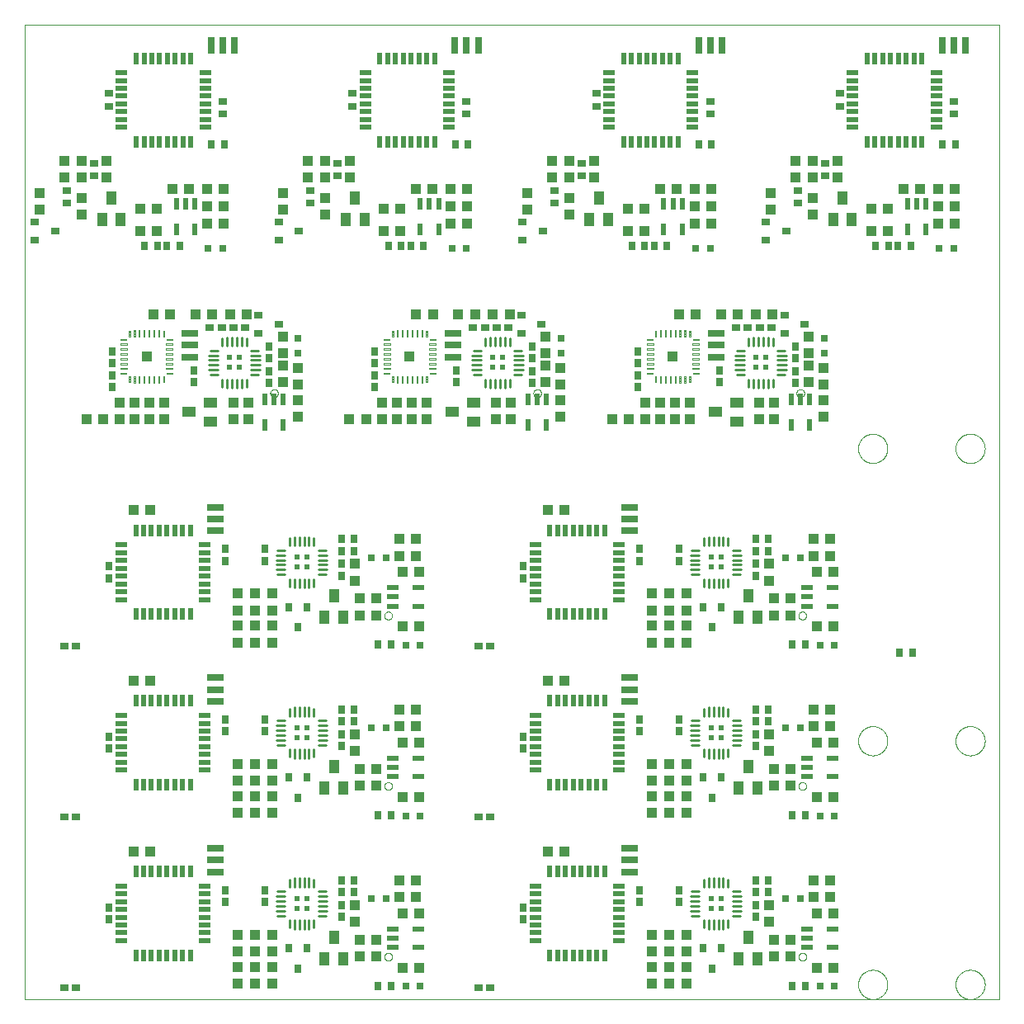
<source format=gtp>
G75*
%MOIN*%
%OFA0B0*%
%FSLAX25Y25*%
%IPPOS*%
%LPD*%
%AMOC8*
5,1,8,0,0,1.08239X$1,22.5*
%
%ADD10C,0.00394*%
%ADD11C,0.00000*%
%ADD12R,0.04331X0.03937*%
%ADD13R,0.03937X0.04331*%
%ADD14R,0.02913X0.03642*%
%ADD15R,0.06693X0.02756*%
%ADD16R,0.03150X0.03543*%
%ADD17R,0.03937X0.05512*%
%ADD18R,0.04724X0.02165*%
%ADD19R,0.03150X0.03150*%
%ADD20R,0.03642X0.02913*%
%ADD21R,0.05000X0.02200*%
%ADD22R,0.02200X0.05000*%
%ADD23C,0.01000*%
%ADD24R,0.02000X0.02000*%
%ADD25R,0.02756X0.03543*%
%ADD26R,0.03543X0.02756*%
%ADD27R,0.02756X0.06693*%
%ADD28R,0.03543X0.03150*%
%ADD29R,0.02165X0.04724*%
%ADD30R,0.05512X0.03937*%
%ADD31C,0.00492*%
%ADD32R,0.03937X0.03937*%
D10*
X0004937Y0004937D02*
X0398638Y0004937D01*
X0398638Y0398638D01*
X0004937Y0398638D01*
X0004937Y0004937D01*
D11*
X0150118Y0022063D02*
X0150120Y0022142D01*
X0150126Y0022221D01*
X0150136Y0022300D01*
X0150150Y0022378D01*
X0150167Y0022455D01*
X0150189Y0022531D01*
X0150214Y0022606D01*
X0150244Y0022679D01*
X0150276Y0022751D01*
X0150313Y0022822D01*
X0150353Y0022890D01*
X0150396Y0022956D01*
X0150442Y0023020D01*
X0150492Y0023082D01*
X0150545Y0023141D01*
X0150600Y0023197D01*
X0150659Y0023251D01*
X0150720Y0023301D01*
X0150783Y0023349D01*
X0150849Y0023393D01*
X0150917Y0023434D01*
X0150987Y0023471D01*
X0151058Y0023505D01*
X0151132Y0023535D01*
X0151206Y0023561D01*
X0151282Y0023583D01*
X0151359Y0023602D01*
X0151437Y0023617D01*
X0151515Y0023628D01*
X0151594Y0023635D01*
X0151673Y0023638D01*
X0151752Y0023637D01*
X0151831Y0023632D01*
X0151910Y0023623D01*
X0151988Y0023610D01*
X0152065Y0023593D01*
X0152142Y0023573D01*
X0152217Y0023548D01*
X0152291Y0023520D01*
X0152364Y0023488D01*
X0152434Y0023453D01*
X0152503Y0023414D01*
X0152570Y0023371D01*
X0152635Y0023325D01*
X0152697Y0023277D01*
X0152757Y0023225D01*
X0152814Y0023170D01*
X0152868Y0023112D01*
X0152919Y0023052D01*
X0152967Y0022989D01*
X0153012Y0022924D01*
X0153054Y0022856D01*
X0153092Y0022787D01*
X0153126Y0022716D01*
X0153157Y0022643D01*
X0153185Y0022568D01*
X0153208Y0022493D01*
X0153228Y0022416D01*
X0153244Y0022339D01*
X0153256Y0022260D01*
X0153264Y0022182D01*
X0153268Y0022103D01*
X0153268Y0022023D01*
X0153264Y0021944D01*
X0153256Y0021866D01*
X0153244Y0021787D01*
X0153228Y0021710D01*
X0153208Y0021633D01*
X0153185Y0021558D01*
X0153157Y0021483D01*
X0153126Y0021410D01*
X0153092Y0021339D01*
X0153054Y0021270D01*
X0153012Y0021202D01*
X0152967Y0021137D01*
X0152919Y0021074D01*
X0152868Y0021014D01*
X0152814Y0020956D01*
X0152757Y0020901D01*
X0152697Y0020849D01*
X0152635Y0020801D01*
X0152570Y0020755D01*
X0152503Y0020712D01*
X0152434Y0020673D01*
X0152364Y0020638D01*
X0152291Y0020606D01*
X0152217Y0020578D01*
X0152142Y0020553D01*
X0152065Y0020533D01*
X0151988Y0020516D01*
X0151910Y0020503D01*
X0151831Y0020494D01*
X0151752Y0020489D01*
X0151673Y0020488D01*
X0151594Y0020491D01*
X0151515Y0020498D01*
X0151437Y0020509D01*
X0151359Y0020524D01*
X0151282Y0020543D01*
X0151206Y0020565D01*
X0151132Y0020591D01*
X0151058Y0020621D01*
X0150987Y0020655D01*
X0150917Y0020692D01*
X0150849Y0020733D01*
X0150783Y0020777D01*
X0150720Y0020825D01*
X0150659Y0020875D01*
X0150600Y0020929D01*
X0150545Y0020985D01*
X0150492Y0021044D01*
X0150442Y0021106D01*
X0150396Y0021170D01*
X0150353Y0021236D01*
X0150313Y0021304D01*
X0150276Y0021375D01*
X0150244Y0021447D01*
X0150214Y0021520D01*
X0150189Y0021595D01*
X0150167Y0021671D01*
X0150150Y0021748D01*
X0150136Y0021826D01*
X0150126Y0021905D01*
X0150120Y0021984D01*
X0150118Y0022063D01*
X0150118Y0090961D02*
X0150120Y0091040D01*
X0150126Y0091119D01*
X0150136Y0091198D01*
X0150150Y0091276D01*
X0150167Y0091353D01*
X0150189Y0091429D01*
X0150214Y0091504D01*
X0150244Y0091577D01*
X0150276Y0091649D01*
X0150313Y0091720D01*
X0150353Y0091788D01*
X0150396Y0091854D01*
X0150442Y0091918D01*
X0150492Y0091980D01*
X0150545Y0092039D01*
X0150600Y0092095D01*
X0150659Y0092149D01*
X0150720Y0092199D01*
X0150783Y0092247D01*
X0150849Y0092291D01*
X0150917Y0092332D01*
X0150987Y0092369D01*
X0151058Y0092403D01*
X0151132Y0092433D01*
X0151206Y0092459D01*
X0151282Y0092481D01*
X0151359Y0092500D01*
X0151437Y0092515D01*
X0151515Y0092526D01*
X0151594Y0092533D01*
X0151673Y0092536D01*
X0151752Y0092535D01*
X0151831Y0092530D01*
X0151910Y0092521D01*
X0151988Y0092508D01*
X0152065Y0092491D01*
X0152142Y0092471D01*
X0152217Y0092446D01*
X0152291Y0092418D01*
X0152364Y0092386D01*
X0152434Y0092351D01*
X0152503Y0092312D01*
X0152570Y0092269D01*
X0152635Y0092223D01*
X0152697Y0092175D01*
X0152757Y0092123D01*
X0152814Y0092068D01*
X0152868Y0092010D01*
X0152919Y0091950D01*
X0152967Y0091887D01*
X0153012Y0091822D01*
X0153054Y0091754D01*
X0153092Y0091685D01*
X0153126Y0091614D01*
X0153157Y0091541D01*
X0153185Y0091466D01*
X0153208Y0091391D01*
X0153228Y0091314D01*
X0153244Y0091237D01*
X0153256Y0091158D01*
X0153264Y0091080D01*
X0153268Y0091001D01*
X0153268Y0090921D01*
X0153264Y0090842D01*
X0153256Y0090764D01*
X0153244Y0090685D01*
X0153228Y0090608D01*
X0153208Y0090531D01*
X0153185Y0090456D01*
X0153157Y0090381D01*
X0153126Y0090308D01*
X0153092Y0090237D01*
X0153054Y0090168D01*
X0153012Y0090100D01*
X0152967Y0090035D01*
X0152919Y0089972D01*
X0152868Y0089912D01*
X0152814Y0089854D01*
X0152757Y0089799D01*
X0152697Y0089747D01*
X0152635Y0089699D01*
X0152570Y0089653D01*
X0152503Y0089610D01*
X0152434Y0089571D01*
X0152364Y0089536D01*
X0152291Y0089504D01*
X0152217Y0089476D01*
X0152142Y0089451D01*
X0152065Y0089431D01*
X0151988Y0089414D01*
X0151910Y0089401D01*
X0151831Y0089392D01*
X0151752Y0089387D01*
X0151673Y0089386D01*
X0151594Y0089389D01*
X0151515Y0089396D01*
X0151437Y0089407D01*
X0151359Y0089422D01*
X0151282Y0089441D01*
X0151206Y0089463D01*
X0151132Y0089489D01*
X0151058Y0089519D01*
X0150987Y0089553D01*
X0150917Y0089590D01*
X0150849Y0089631D01*
X0150783Y0089675D01*
X0150720Y0089723D01*
X0150659Y0089773D01*
X0150600Y0089827D01*
X0150545Y0089883D01*
X0150492Y0089942D01*
X0150442Y0090004D01*
X0150396Y0090068D01*
X0150353Y0090134D01*
X0150313Y0090202D01*
X0150276Y0090273D01*
X0150244Y0090345D01*
X0150214Y0090418D01*
X0150189Y0090493D01*
X0150167Y0090569D01*
X0150150Y0090646D01*
X0150136Y0090724D01*
X0150126Y0090803D01*
X0150120Y0090882D01*
X0150118Y0090961D01*
X0150118Y0159858D02*
X0150120Y0159937D01*
X0150126Y0160016D01*
X0150136Y0160095D01*
X0150150Y0160173D01*
X0150167Y0160250D01*
X0150189Y0160326D01*
X0150214Y0160401D01*
X0150244Y0160474D01*
X0150276Y0160546D01*
X0150313Y0160617D01*
X0150353Y0160685D01*
X0150396Y0160751D01*
X0150442Y0160815D01*
X0150492Y0160877D01*
X0150545Y0160936D01*
X0150600Y0160992D01*
X0150659Y0161046D01*
X0150720Y0161096D01*
X0150783Y0161144D01*
X0150849Y0161188D01*
X0150917Y0161229D01*
X0150987Y0161266D01*
X0151058Y0161300D01*
X0151132Y0161330D01*
X0151206Y0161356D01*
X0151282Y0161378D01*
X0151359Y0161397D01*
X0151437Y0161412D01*
X0151515Y0161423D01*
X0151594Y0161430D01*
X0151673Y0161433D01*
X0151752Y0161432D01*
X0151831Y0161427D01*
X0151910Y0161418D01*
X0151988Y0161405D01*
X0152065Y0161388D01*
X0152142Y0161368D01*
X0152217Y0161343D01*
X0152291Y0161315D01*
X0152364Y0161283D01*
X0152434Y0161248D01*
X0152503Y0161209D01*
X0152570Y0161166D01*
X0152635Y0161120D01*
X0152697Y0161072D01*
X0152757Y0161020D01*
X0152814Y0160965D01*
X0152868Y0160907D01*
X0152919Y0160847D01*
X0152967Y0160784D01*
X0153012Y0160719D01*
X0153054Y0160651D01*
X0153092Y0160582D01*
X0153126Y0160511D01*
X0153157Y0160438D01*
X0153185Y0160363D01*
X0153208Y0160288D01*
X0153228Y0160211D01*
X0153244Y0160134D01*
X0153256Y0160055D01*
X0153264Y0159977D01*
X0153268Y0159898D01*
X0153268Y0159818D01*
X0153264Y0159739D01*
X0153256Y0159661D01*
X0153244Y0159582D01*
X0153228Y0159505D01*
X0153208Y0159428D01*
X0153185Y0159353D01*
X0153157Y0159278D01*
X0153126Y0159205D01*
X0153092Y0159134D01*
X0153054Y0159065D01*
X0153012Y0158997D01*
X0152967Y0158932D01*
X0152919Y0158869D01*
X0152868Y0158809D01*
X0152814Y0158751D01*
X0152757Y0158696D01*
X0152697Y0158644D01*
X0152635Y0158596D01*
X0152570Y0158550D01*
X0152503Y0158507D01*
X0152434Y0158468D01*
X0152364Y0158433D01*
X0152291Y0158401D01*
X0152217Y0158373D01*
X0152142Y0158348D01*
X0152065Y0158328D01*
X0151988Y0158311D01*
X0151910Y0158298D01*
X0151831Y0158289D01*
X0151752Y0158284D01*
X0151673Y0158283D01*
X0151594Y0158286D01*
X0151515Y0158293D01*
X0151437Y0158304D01*
X0151359Y0158319D01*
X0151282Y0158338D01*
X0151206Y0158360D01*
X0151132Y0158386D01*
X0151058Y0158416D01*
X0150987Y0158450D01*
X0150917Y0158487D01*
X0150849Y0158528D01*
X0150783Y0158572D01*
X0150720Y0158620D01*
X0150659Y0158670D01*
X0150600Y0158724D01*
X0150545Y0158780D01*
X0150492Y0158839D01*
X0150442Y0158901D01*
X0150396Y0158965D01*
X0150353Y0159031D01*
X0150313Y0159099D01*
X0150276Y0159170D01*
X0150244Y0159242D01*
X0150214Y0159315D01*
X0150189Y0159390D01*
X0150167Y0159466D01*
X0150150Y0159543D01*
X0150136Y0159621D01*
X0150126Y0159700D01*
X0150120Y0159779D01*
X0150118Y0159858D01*
X0104039Y0249709D02*
X0104041Y0249788D01*
X0104047Y0249867D01*
X0104057Y0249946D01*
X0104071Y0250024D01*
X0104088Y0250101D01*
X0104110Y0250177D01*
X0104135Y0250252D01*
X0104165Y0250325D01*
X0104197Y0250397D01*
X0104234Y0250468D01*
X0104274Y0250536D01*
X0104317Y0250602D01*
X0104363Y0250666D01*
X0104413Y0250728D01*
X0104466Y0250787D01*
X0104521Y0250843D01*
X0104580Y0250897D01*
X0104641Y0250947D01*
X0104704Y0250995D01*
X0104770Y0251039D01*
X0104838Y0251080D01*
X0104908Y0251117D01*
X0104979Y0251151D01*
X0105053Y0251181D01*
X0105127Y0251207D01*
X0105203Y0251229D01*
X0105280Y0251248D01*
X0105358Y0251263D01*
X0105436Y0251274D01*
X0105515Y0251281D01*
X0105594Y0251284D01*
X0105673Y0251283D01*
X0105752Y0251278D01*
X0105831Y0251269D01*
X0105909Y0251256D01*
X0105986Y0251239D01*
X0106063Y0251219D01*
X0106138Y0251194D01*
X0106212Y0251166D01*
X0106285Y0251134D01*
X0106355Y0251099D01*
X0106424Y0251060D01*
X0106491Y0251017D01*
X0106556Y0250971D01*
X0106618Y0250923D01*
X0106678Y0250871D01*
X0106735Y0250816D01*
X0106789Y0250758D01*
X0106840Y0250698D01*
X0106888Y0250635D01*
X0106933Y0250570D01*
X0106975Y0250502D01*
X0107013Y0250433D01*
X0107047Y0250362D01*
X0107078Y0250289D01*
X0107106Y0250214D01*
X0107129Y0250139D01*
X0107149Y0250062D01*
X0107165Y0249985D01*
X0107177Y0249906D01*
X0107185Y0249828D01*
X0107189Y0249749D01*
X0107189Y0249669D01*
X0107185Y0249590D01*
X0107177Y0249512D01*
X0107165Y0249433D01*
X0107149Y0249356D01*
X0107129Y0249279D01*
X0107106Y0249204D01*
X0107078Y0249129D01*
X0107047Y0249056D01*
X0107013Y0248985D01*
X0106975Y0248916D01*
X0106933Y0248848D01*
X0106888Y0248783D01*
X0106840Y0248720D01*
X0106789Y0248660D01*
X0106735Y0248602D01*
X0106678Y0248547D01*
X0106618Y0248495D01*
X0106556Y0248447D01*
X0106491Y0248401D01*
X0106424Y0248358D01*
X0106355Y0248319D01*
X0106285Y0248284D01*
X0106212Y0248252D01*
X0106138Y0248224D01*
X0106063Y0248199D01*
X0105986Y0248179D01*
X0105909Y0248162D01*
X0105831Y0248149D01*
X0105752Y0248140D01*
X0105673Y0248135D01*
X0105594Y0248134D01*
X0105515Y0248137D01*
X0105436Y0248144D01*
X0105358Y0248155D01*
X0105280Y0248170D01*
X0105203Y0248189D01*
X0105127Y0248211D01*
X0105053Y0248237D01*
X0104979Y0248267D01*
X0104908Y0248301D01*
X0104838Y0248338D01*
X0104770Y0248379D01*
X0104704Y0248423D01*
X0104641Y0248471D01*
X0104580Y0248521D01*
X0104521Y0248575D01*
X0104466Y0248631D01*
X0104413Y0248690D01*
X0104363Y0248752D01*
X0104317Y0248816D01*
X0104274Y0248882D01*
X0104234Y0248950D01*
X0104197Y0249021D01*
X0104165Y0249093D01*
X0104135Y0249166D01*
X0104110Y0249241D01*
X0104088Y0249317D01*
X0104071Y0249394D01*
X0104057Y0249472D01*
X0104047Y0249551D01*
X0104041Y0249630D01*
X0104039Y0249709D01*
X0210338Y0249709D02*
X0210340Y0249788D01*
X0210346Y0249867D01*
X0210356Y0249946D01*
X0210370Y0250024D01*
X0210387Y0250101D01*
X0210409Y0250177D01*
X0210434Y0250252D01*
X0210464Y0250325D01*
X0210496Y0250397D01*
X0210533Y0250468D01*
X0210573Y0250536D01*
X0210616Y0250602D01*
X0210662Y0250666D01*
X0210712Y0250728D01*
X0210765Y0250787D01*
X0210820Y0250843D01*
X0210879Y0250897D01*
X0210940Y0250947D01*
X0211003Y0250995D01*
X0211069Y0251039D01*
X0211137Y0251080D01*
X0211207Y0251117D01*
X0211278Y0251151D01*
X0211352Y0251181D01*
X0211426Y0251207D01*
X0211502Y0251229D01*
X0211579Y0251248D01*
X0211657Y0251263D01*
X0211735Y0251274D01*
X0211814Y0251281D01*
X0211893Y0251284D01*
X0211972Y0251283D01*
X0212051Y0251278D01*
X0212130Y0251269D01*
X0212208Y0251256D01*
X0212285Y0251239D01*
X0212362Y0251219D01*
X0212437Y0251194D01*
X0212511Y0251166D01*
X0212584Y0251134D01*
X0212654Y0251099D01*
X0212723Y0251060D01*
X0212790Y0251017D01*
X0212855Y0250971D01*
X0212917Y0250923D01*
X0212977Y0250871D01*
X0213034Y0250816D01*
X0213088Y0250758D01*
X0213139Y0250698D01*
X0213187Y0250635D01*
X0213232Y0250570D01*
X0213274Y0250502D01*
X0213312Y0250433D01*
X0213346Y0250362D01*
X0213377Y0250289D01*
X0213405Y0250214D01*
X0213428Y0250139D01*
X0213448Y0250062D01*
X0213464Y0249985D01*
X0213476Y0249906D01*
X0213484Y0249828D01*
X0213488Y0249749D01*
X0213488Y0249669D01*
X0213484Y0249590D01*
X0213476Y0249512D01*
X0213464Y0249433D01*
X0213448Y0249356D01*
X0213428Y0249279D01*
X0213405Y0249204D01*
X0213377Y0249129D01*
X0213346Y0249056D01*
X0213312Y0248985D01*
X0213274Y0248916D01*
X0213232Y0248848D01*
X0213187Y0248783D01*
X0213139Y0248720D01*
X0213088Y0248660D01*
X0213034Y0248602D01*
X0212977Y0248547D01*
X0212917Y0248495D01*
X0212855Y0248447D01*
X0212790Y0248401D01*
X0212723Y0248358D01*
X0212654Y0248319D01*
X0212584Y0248284D01*
X0212511Y0248252D01*
X0212437Y0248224D01*
X0212362Y0248199D01*
X0212285Y0248179D01*
X0212208Y0248162D01*
X0212130Y0248149D01*
X0212051Y0248140D01*
X0211972Y0248135D01*
X0211893Y0248134D01*
X0211814Y0248137D01*
X0211735Y0248144D01*
X0211657Y0248155D01*
X0211579Y0248170D01*
X0211502Y0248189D01*
X0211426Y0248211D01*
X0211352Y0248237D01*
X0211278Y0248267D01*
X0211207Y0248301D01*
X0211137Y0248338D01*
X0211069Y0248379D01*
X0211003Y0248423D01*
X0210940Y0248471D01*
X0210879Y0248521D01*
X0210820Y0248575D01*
X0210765Y0248631D01*
X0210712Y0248690D01*
X0210662Y0248752D01*
X0210616Y0248816D01*
X0210573Y0248882D01*
X0210533Y0248950D01*
X0210496Y0249021D01*
X0210464Y0249093D01*
X0210434Y0249166D01*
X0210409Y0249241D01*
X0210387Y0249317D01*
X0210370Y0249394D01*
X0210356Y0249472D01*
X0210346Y0249551D01*
X0210340Y0249630D01*
X0210338Y0249709D01*
X0316638Y0249709D02*
X0316640Y0249788D01*
X0316646Y0249867D01*
X0316656Y0249946D01*
X0316670Y0250024D01*
X0316687Y0250101D01*
X0316709Y0250177D01*
X0316734Y0250252D01*
X0316764Y0250325D01*
X0316796Y0250397D01*
X0316833Y0250468D01*
X0316873Y0250536D01*
X0316916Y0250602D01*
X0316962Y0250666D01*
X0317012Y0250728D01*
X0317065Y0250787D01*
X0317120Y0250843D01*
X0317179Y0250897D01*
X0317240Y0250947D01*
X0317303Y0250995D01*
X0317369Y0251039D01*
X0317437Y0251080D01*
X0317507Y0251117D01*
X0317578Y0251151D01*
X0317652Y0251181D01*
X0317726Y0251207D01*
X0317802Y0251229D01*
X0317879Y0251248D01*
X0317957Y0251263D01*
X0318035Y0251274D01*
X0318114Y0251281D01*
X0318193Y0251284D01*
X0318272Y0251283D01*
X0318351Y0251278D01*
X0318430Y0251269D01*
X0318508Y0251256D01*
X0318585Y0251239D01*
X0318662Y0251219D01*
X0318737Y0251194D01*
X0318811Y0251166D01*
X0318884Y0251134D01*
X0318954Y0251099D01*
X0319023Y0251060D01*
X0319090Y0251017D01*
X0319155Y0250971D01*
X0319217Y0250923D01*
X0319277Y0250871D01*
X0319334Y0250816D01*
X0319388Y0250758D01*
X0319439Y0250698D01*
X0319487Y0250635D01*
X0319532Y0250570D01*
X0319574Y0250502D01*
X0319612Y0250433D01*
X0319646Y0250362D01*
X0319677Y0250289D01*
X0319705Y0250214D01*
X0319728Y0250139D01*
X0319748Y0250062D01*
X0319764Y0249985D01*
X0319776Y0249906D01*
X0319784Y0249828D01*
X0319788Y0249749D01*
X0319788Y0249669D01*
X0319784Y0249590D01*
X0319776Y0249512D01*
X0319764Y0249433D01*
X0319748Y0249356D01*
X0319728Y0249279D01*
X0319705Y0249204D01*
X0319677Y0249129D01*
X0319646Y0249056D01*
X0319612Y0248985D01*
X0319574Y0248916D01*
X0319532Y0248848D01*
X0319487Y0248783D01*
X0319439Y0248720D01*
X0319388Y0248660D01*
X0319334Y0248602D01*
X0319277Y0248547D01*
X0319217Y0248495D01*
X0319155Y0248447D01*
X0319090Y0248401D01*
X0319023Y0248358D01*
X0318954Y0248319D01*
X0318884Y0248284D01*
X0318811Y0248252D01*
X0318737Y0248224D01*
X0318662Y0248199D01*
X0318585Y0248179D01*
X0318508Y0248162D01*
X0318430Y0248149D01*
X0318351Y0248140D01*
X0318272Y0248135D01*
X0318193Y0248134D01*
X0318114Y0248137D01*
X0318035Y0248144D01*
X0317957Y0248155D01*
X0317879Y0248170D01*
X0317802Y0248189D01*
X0317726Y0248211D01*
X0317652Y0248237D01*
X0317578Y0248267D01*
X0317507Y0248301D01*
X0317437Y0248338D01*
X0317369Y0248379D01*
X0317303Y0248423D01*
X0317240Y0248471D01*
X0317179Y0248521D01*
X0317120Y0248575D01*
X0317065Y0248631D01*
X0317012Y0248690D01*
X0316962Y0248752D01*
X0316916Y0248816D01*
X0316873Y0248882D01*
X0316833Y0248950D01*
X0316796Y0249021D01*
X0316764Y0249093D01*
X0316734Y0249166D01*
X0316709Y0249241D01*
X0316687Y0249317D01*
X0316670Y0249394D01*
X0316656Y0249472D01*
X0316646Y0249551D01*
X0316640Y0249630D01*
X0316638Y0249709D01*
X0341551Y0227378D02*
X0341553Y0227531D01*
X0341559Y0227685D01*
X0341569Y0227838D01*
X0341583Y0227990D01*
X0341601Y0228143D01*
X0341623Y0228294D01*
X0341648Y0228445D01*
X0341678Y0228596D01*
X0341712Y0228746D01*
X0341749Y0228894D01*
X0341790Y0229042D01*
X0341835Y0229188D01*
X0341884Y0229334D01*
X0341937Y0229478D01*
X0341993Y0229620D01*
X0342053Y0229761D01*
X0342117Y0229901D01*
X0342184Y0230039D01*
X0342255Y0230175D01*
X0342330Y0230309D01*
X0342407Y0230441D01*
X0342489Y0230571D01*
X0342573Y0230699D01*
X0342661Y0230825D01*
X0342752Y0230948D01*
X0342846Y0231069D01*
X0342944Y0231187D01*
X0343044Y0231303D01*
X0343148Y0231416D01*
X0343254Y0231527D01*
X0343363Y0231635D01*
X0343475Y0231740D01*
X0343589Y0231841D01*
X0343707Y0231940D01*
X0343826Y0232036D01*
X0343948Y0232129D01*
X0344073Y0232218D01*
X0344200Y0232305D01*
X0344329Y0232387D01*
X0344460Y0232467D01*
X0344593Y0232543D01*
X0344728Y0232616D01*
X0344865Y0232685D01*
X0345004Y0232750D01*
X0345144Y0232812D01*
X0345286Y0232870D01*
X0345429Y0232925D01*
X0345574Y0232976D01*
X0345720Y0233023D01*
X0345867Y0233066D01*
X0346015Y0233105D01*
X0346164Y0233141D01*
X0346314Y0233172D01*
X0346465Y0233200D01*
X0346616Y0233224D01*
X0346769Y0233244D01*
X0346921Y0233260D01*
X0347074Y0233272D01*
X0347227Y0233280D01*
X0347380Y0233284D01*
X0347534Y0233284D01*
X0347687Y0233280D01*
X0347840Y0233272D01*
X0347993Y0233260D01*
X0348145Y0233244D01*
X0348298Y0233224D01*
X0348449Y0233200D01*
X0348600Y0233172D01*
X0348750Y0233141D01*
X0348899Y0233105D01*
X0349047Y0233066D01*
X0349194Y0233023D01*
X0349340Y0232976D01*
X0349485Y0232925D01*
X0349628Y0232870D01*
X0349770Y0232812D01*
X0349910Y0232750D01*
X0350049Y0232685D01*
X0350186Y0232616D01*
X0350321Y0232543D01*
X0350454Y0232467D01*
X0350585Y0232387D01*
X0350714Y0232305D01*
X0350841Y0232218D01*
X0350966Y0232129D01*
X0351088Y0232036D01*
X0351207Y0231940D01*
X0351325Y0231841D01*
X0351439Y0231740D01*
X0351551Y0231635D01*
X0351660Y0231527D01*
X0351766Y0231416D01*
X0351870Y0231303D01*
X0351970Y0231187D01*
X0352068Y0231069D01*
X0352162Y0230948D01*
X0352253Y0230825D01*
X0352341Y0230699D01*
X0352425Y0230571D01*
X0352507Y0230441D01*
X0352584Y0230309D01*
X0352659Y0230175D01*
X0352730Y0230039D01*
X0352797Y0229901D01*
X0352861Y0229761D01*
X0352921Y0229620D01*
X0352977Y0229478D01*
X0353030Y0229334D01*
X0353079Y0229188D01*
X0353124Y0229042D01*
X0353165Y0228894D01*
X0353202Y0228746D01*
X0353236Y0228596D01*
X0353266Y0228445D01*
X0353291Y0228294D01*
X0353313Y0228143D01*
X0353331Y0227990D01*
X0353345Y0227838D01*
X0353355Y0227685D01*
X0353361Y0227531D01*
X0353363Y0227378D01*
X0353361Y0227225D01*
X0353355Y0227071D01*
X0353345Y0226918D01*
X0353331Y0226766D01*
X0353313Y0226613D01*
X0353291Y0226462D01*
X0353266Y0226311D01*
X0353236Y0226160D01*
X0353202Y0226010D01*
X0353165Y0225862D01*
X0353124Y0225714D01*
X0353079Y0225568D01*
X0353030Y0225422D01*
X0352977Y0225278D01*
X0352921Y0225136D01*
X0352861Y0224995D01*
X0352797Y0224855D01*
X0352730Y0224717D01*
X0352659Y0224581D01*
X0352584Y0224447D01*
X0352507Y0224315D01*
X0352425Y0224185D01*
X0352341Y0224057D01*
X0352253Y0223931D01*
X0352162Y0223808D01*
X0352068Y0223687D01*
X0351970Y0223569D01*
X0351870Y0223453D01*
X0351766Y0223340D01*
X0351660Y0223229D01*
X0351551Y0223121D01*
X0351439Y0223016D01*
X0351325Y0222915D01*
X0351207Y0222816D01*
X0351088Y0222720D01*
X0350966Y0222627D01*
X0350841Y0222538D01*
X0350714Y0222451D01*
X0350585Y0222369D01*
X0350454Y0222289D01*
X0350321Y0222213D01*
X0350186Y0222140D01*
X0350049Y0222071D01*
X0349910Y0222006D01*
X0349770Y0221944D01*
X0349628Y0221886D01*
X0349485Y0221831D01*
X0349340Y0221780D01*
X0349194Y0221733D01*
X0349047Y0221690D01*
X0348899Y0221651D01*
X0348750Y0221615D01*
X0348600Y0221584D01*
X0348449Y0221556D01*
X0348298Y0221532D01*
X0348145Y0221512D01*
X0347993Y0221496D01*
X0347840Y0221484D01*
X0347687Y0221476D01*
X0347534Y0221472D01*
X0347380Y0221472D01*
X0347227Y0221476D01*
X0347074Y0221484D01*
X0346921Y0221496D01*
X0346769Y0221512D01*
X0346616Y0221532D01*
X0346465Y0221556D01*
X0346314Y0221584D01*
X0346164Y0221615D01*
X0346015Y0221651D01*
X0345867Y0221690D01*
X0345720Y0221733D01*
X0345574Y0221780D01*
X0345429Y0221831D01*
X0345286Y0221886D01*
X0345144Y0221944D01*
X0345004Y0222006D01*
X0344865Y0222071D01*
X0344728Y0222140D01*
X0344593Y0222213D01*
X0344460Y0222289D01*
X0344329Y0222369D01*
X0344200Y0222451D01*
X0344073Y0222538D01*
X0343948Y0222627D01*
X0343826Y0222720D01*
X0343707Y0222816D01*
X0343589Y0222915D01*
X0343475Y0223016D01*
X0343363Y0223121D01*
X0343254Y0223229D01*
X0343148Y0223340D01*
X0343044Y0223453D01*
X0342944Y0223569D01*
X0342846Y0223687D01*
X0342752Y0223808D01*
X0342661Y0223931D01*
X0342573Y0224057D01*
X0342489Y0224185D01*
X0342407Y0224315D01*
X0342330Y0224447D01*
X0342255Y0224581D01*
X0342184Y0224717D01*
X0342117Y0224855D01*
X0342053Y0224995D01*
X0341993Y0225136D01*
X0341937Y0225278D01*
X0341884Y0225422D01*
X0341835Y0225568D01*
X0341790Y0225714D01*
X0341749Y0225862D01*
X0341712Y0226010D01*
X0341678Y0226160D01*
X0341648Y0226311D01*
X0341623Y0226462D01*
X0341601Y0226613D01*
X0341583Y0226766D01*
X0341569Y0226918D01*
X0341559Y0227071D01*
X0341553Y0227225D01*
X0341551Y0227378D01*
X0380921Y0227378D02*
X0380923Y0227531D01*
X0380929Y0227685D01*
X0380939Y0227838D01*
X0380953Y0227990D01*
X0380971Y0228143D01*
X0380993Y0228294D01*
X0381018Y0228445D01*
X0381048Y0228596D01*
X0381082Y0228746D01*
X0381119Y0228894D01*
X0381160Y0229042D01*
X0381205Y0229188D01*
X0381254Y0229334D01*
X0381307Y0229478D01*
X0381363Y0229620D01*
X0381423Y0229761D01*
X0381487Y0229901D01*
X0381554Y0230039D01*
X0381625Y0230175D01*
X0381700Y0230309D01*
X0381777Y0230441D01*
X0381859Y0230571D01*
X0381943Y0230699D01*
X0382031Y0230825D01*
X0382122Y0230948D01*
X0382216Y0231069D01*
X0382314Y0231187D01*
X0382414Y0231303D01*
X0382518Y0231416D01*
X0382624Y0231527D01*
X0382733Y0231635D01*
X0382845Y0231740D01*
X0382959Y0231841D01*
X0383077Y0231940D01*
X0383196Y0232036D01*
X0383318Y0232129D01*
X0383443Y0232218D01*
X0383570Y0232305D01*
X0383699Y0232387D01*
X0383830Y0232467D01*
X0383963Y0232543D01*
X0384098Y0232616D01*
X0384235Y0232685D01*
X0384374Y0232750D01*
X0384514Y0232812D01*
X0384656Y0232870D01*
X0384799Y0232925D01*
X0384944Y0232976D01*
X0385090Y0233023D01*
X0385237Y0233066D01*
X0385385Y0233105D01*
X0385534Y0233141D01*
X0385684Y0233172D01*
X0385835Y0233200D01*
X0385986Y0233224D01*
X0386139Y0233244D01*
X0386291Y0233260D01*
X0386444Y0233272D01*
X0386597Y0233280D01*
X0386750Y0233284D01*
X0386904Y0233284D01*
X0387057Y0233280D01*
X0387210Y0233272D01*
X0387363Y0233260D01*
X0387515Y0233244D01*
X0387668Y0233224D01*
X0387819Y0233200D01*
X0387970Y0233172D01*
X0388120Y0233141D01*
X0388269Y0233105D01*
X0388417Y0233066D01*
X0388564Y0233023D01*
X0388710Y0232976D01*
X0388855Y0232925D01*
X0388998Y0232870D01*
X0389140Y0232812D01*
X0389280Y0232750D01*
X0389419Y0232685D01*
X0389556Y0232616D01*
X0389691Y0232543D01*
X0389824Y0232467D01*
X0389955Y0232387D01*
X0390084Y0232305D01*
X0390211Y0232218D01*
X0390336Y0232129D01*
X0390458Y0232036D01*
X0390577Y0231940D01*
X0390695Y0231841D01*
X0390809Y0231740D01*
X0390921Y0231635D01*
X0391030Y0231527D01*
X0391136Y0231416D01*
X0391240Y0231303D01*
X0391340Y0231187D01*
X0391438Y0231069D01*
X0391532Y0230948D01*
X0391623Y0230825D01*
X0391711Y0230699D01*
X0391795Y0230571D01*
X0391877Y0230441D01*
X0391954Y0230309D01*
X0392029Y0230175D01*
X0392100Y0230039D01*
X0392167Y0229901D01*
X0392231Y0229761D01*
X0392291Y0229620D01*
X0392347Y0229478D01*
X0392400Y0229334D01*
X0392449Y0229188D01*
X0392494Y0229042D01*
X0392535Y0228894D01*
X0392572Y0228746D01*
X0392606Y0228596D01*
X0392636Y0228445D01*
X0392661Y0228294D01*
X0392683Y0228143D01*
X0392701Y0227990D01*
X0392715Y0227838D01*
X0392725Y0227685D01*
X0392731Y0227531D01*
X0392733Y0227378D01*
X0392731Y0227225D01*
X0392725Y0227071D01*
X0392715Y0226918D01*
X0392701Y0226766D01*
X0392683Y0226613D01*
X0392661Y0226462D01*
X0392636Y0226311D01*
X0392606Y0226160D01*
X0392572Y0226010D01*
X0392535Y0225862D01*
X0392494Y0225714D01*
X0392449Y0225568D01*
X0392400Y0225422D01*
X0392347Y0225278D01*
X0392291Y0225136D01*
X0392231Y0224995D01*
X0392167Y0224855D01*
X0392100Y0224717D01*
X0392029Y0224581D01*
X0391954Y0224447D01*
X0391877Y0224315D01*
X0391795Y0224185D01*
X0391711Y0224057D01*
X0391623Y0223931D01*
X0391532Y0223808D01*
X0391438Y0223687D01*
X0391340Y0223569D01*
X0391240Y0223453D01*
X0391136Y0223340D01*
X0391030Y0223229D01*
X0390921Y0223121D01*
X0390809Y0223016D01*
X0390695Y0222915D01*
X0390577Y0222816D01*
X0390458Y0222720D01*
X0390336Y0222627D01*
X0390211Y0222538D01*
X0390084Y0222451D01*
X0389955Y0222369D01*
X0389824Y0222289D01*
X0389691Y0222213D01*
X0389556Y0222140D01*
X0389419Y0222071D01*
X0389280Y0222006D01*
X0389140Y0221944D01*
X0388998Y0221886D01*
X0388855Y0221831D01*
X0388710Y0221780D01*
X0388564Y0221733D01*
X0388417Y0221690D01*
X0388269Y0221651D01*
X0388120Y0221615D01*
X0387970Y0221584D01*
X0387819Y0221556D01*
X0387668Y0221532D01*
X0387515Y0221512D01*
X0387363Y0221496D01*
X0387210Y0221484D01*
X0387057Y0221476D01*
X0386904Y0221472D01*
X0386750Y0221472D01*
X0386597Y0221476D01*
X0386444Y0221484D01*
X0386291Y0221496D01*
X0386139Y0221512D01*
X0385986Y0221532D01*
X0385835Y0221556D01*
X0385684Y0221584D01*
X0385534Y0221615D01*
X0385385Y0221651D01*
X0385237Y0221690D01*
X0385090Y0221733D01*
X0384944Y0221780D01*
X0384799Y0221831D01*
X0384656Y0221886D01*
X0384514Y0221944D01*
X0384374Y0222006D01*
X0384235Y0222071D01*
X0384098Y0222140D01*
X0383963Y0222213D01*
X0383830Y0222289D01*
X0383699Y0222369D01*
X0383570Y0222451D01*
X0383443Y0222538D01*
X0383318Y0222627D01*
X0383196Y0222720D01*
X0383077Y0222816D01*
X0382959Y0222915D01*
X0382845Y0223016D01*
X0382733Y0223121D01*
X0382624Y0223229D01*
X0382518Y0223340D01*
X0382414Y0223453D01*
X0382314Y0223569D01*
X0382216Y0223687D01*
X0382122Y0223808D01*
X0382031Y0223931D01*
X0381943Y0224057D01*
X0381859Y0224185D01*
X0381777Y0224315D01*
X0381700Y0224447D01*
X0381625Y0224581D01*
X0381554Y0224717D01*
X0381487Y0224855D01*
X0381423Y0224995D01*
X0381363Y0225136D01*
X0381307Y0225278D01*
X0381254Y0225422D01*
X0381205Y0225568D01*
X0381160Y0225714D01*
X0381119Y0225862D01*
X0381082Y0226010D01*
X0381048Y0226160D01*
X0381018Y0226311D01*
X0380993Y0226462D01*
X0380971Y0226613D01*
X0380953Y0226766D01*
X0380939Y0226918D01*
X0380929Y0227071D01*
X0380923Y0227225D01*
X0380921Y0227378D01*
X0317441Y0159858D02*
X0317443Y0159937D01*
X0317449Y0160016D01*
X0317459Y0160095D01*
X0317473Y0160173D01*
X0317490Y0160250D01*
X0317512Y0160326D01*
X0317537Y0160401D01*
X0317567Y0160474D01*
X0317599Y0160546D01*
X0317636Y0160617D01*
X0317676Y0160685D01*
X0317719Y0160751D01*
X0317765Y0160815D01*
X0317815Y0160877D01*
X0317868Y0160936D01*
X0317923Y0160992D01*
X0317982Y0161046D01*
X0318043Y0161096D01*
X0318106Y0161144D01*
X0318172Y0161188D01*
X0318240Y0161229D01*
X0318310Y0161266D01*
X0318381Y0161300D01*
X0318455Y0161330D01*
X0318529Y0161356D01*
X0318605Y0161378D01*
X0318682Y0161397D01*
X0318760Y0161412D01*
X0318838Y0161423D01*
X0318917Y0161430D01*
X0318996Y0161433D01*
X0319075Y0161432D01*
X0319154Y0161427D01*
X0319233Y0161418D01*
X0319311Y0161405D01*
X0319388Y0161388D01*
X0319465Y0161368D01*
X0319540Y0161343D01*
X0319614Y0161315D01*
X0319687Y0161283D01*
X0319757Y0161248D01*
X0319826Y0161209D01*
X0319893Y0161166D01*
X0319958Y0161120D01*
X0320020Y0161072D01*
X0320080Y0161020D01*
X0320137Y0160965D01*
X0320191Y0160907D01*
X0320242Y0160847D01*
X0320290Y0160784D01*
X0320335Y0160719D01*
X0320377Y0160651D01*
X0320415Y0160582D01*
X0320449Y0160511D01*
X0320480Y0160438D01*
X0320508Y0160363D01*
X0320531Y0160288D01*
X0320551Y0160211D01*
X0320567Y0160134D01*
X0320579Y0160055D01*
X0320587Y0159977D01*
X0320591Y0159898D01*
X0320591Y0159818D01*
X0320587Y0159739D01*
X0320579Y0159661D01*
X0320567Y0159582D01*
X0320551Y0159505D01*
X0320531Y0159428D01*
X0320508Y0159353D01*
X0320480Y0159278D01*
X0320449Y0159205D01*
X0320415Y0159134D01*
X0320377Y0159065D01*
X0320335Y0158997D01*
X0320290Y0158932D01*
X0320242Y0158869D01*
X0320191Y0158809D01*
X0320137Y0158751D01*
X0320080Y0158696D01*
X0320020Y0158644D01*
X0319958Y0158596D01*
X0319893Y0158550D01*
X0319826Y0158507D01*
X0319757Y0158468D01*
X0319687Y0158433D01*
X0319614Y0158401D01*
X0319540Y0158373D01*
X0319465Y0158348D01*
X0319388Y0158328D01*
X0319311Y0158311D01*
X0319233Y0158298D01*
X0319154Y0158289D01*
X0319075Y0158284D01*
X0318996Y0158283D01*
X0318917Y0158286D01*
X0318838Y0158293D01*
X0318760Y0158304D01*
X0318682Y0158319D01*
X0318605Y0158338D01*
X0318529Y0158360D01*
X0318455Y0158386D01*
X0318381Y0158416D01*
X0318310Y0158450D01*
X0318240Y0158487D01*
X0318172Y0158528D01*
X0318106Y0158572D01*
X0318043Y0158620D01*
X0317982Y0158670D01*
X0317923Y0158724D01*
X0317868Y0158780D01*
X0317815Y0158839D01*
X0317765Y0158901D01*
X0317719Y0158965D01*
X0317676Y0159031D01*
X0317636Y0159099D01*
X0317599Y0159170D01*
X0317567Y0159242D01*
X0317537Y0159315D01*
X0317512Y0159390D01*
X0317490Y0159466D01*
X0317473Y0159543D01*
X0317459Y0159621D01*
X0317449Y0159700D01*
X0317443Y0159779D01*
X0317441Y0159858D01*
X0341551Y0109268D02*
X0341553Y0109421D01*
X0341559Y0109575D01*
X0341569Y0109728D01*
X0341583Y0109880D01*
X0341601Y0110033D01*
X0341623Y0110184D01*
X0341648Y0110335D01*
X0341678Y0110486D01*
X0341712Y0110636D01*
X0341749Y0110784D01*
X0341790Y0110932D01*
X0341835Y0111078D01*
X0341884Y0111224D01*
X0341937Y0111368D01*
X0341993Y0111510D01*
X0342053Y0111651D01*
X0342117Y0111791D01*
X0342184Y0111929D01*
X0342255Y0112065D01*
X0342330Y0112199D01*
X0342407Y0112331D01*
X0342489Y0112461D01*
X0342573Y0112589D01*
X0342661Y0112715D01*
X0342752Y0112838D01*
X0342846Y0112959D01*
X0342944Y0113077D01*
X0343044Y0113193D01*
X0343148Y0113306D01*
X0343254Y0113417D01*
X0343363Y0113525D01*
X0343475Y0113630D01*
X0343589Y0113731D01*
X0343707Y0113830D01*
X0343826Y0113926D01*
X0343948Y0114019D01*
X0344073Y0114108D01*
X0344200Y0114195D01*
X0344329Y0114277D01*
X0344460Y0114357D01*
X0344593Y0114433D01*
X0344728Y0114506D01*
X0344865Y0114575D01*
X0345004Y0114640D01*
X0345144Y0114702D01*
X0345286Y0114760D01*
X0345429Y0114815D01*
X0345574Y0114866D01*
X0345720Y0114913D01*
X0345867Y0114956D01*
X0346015Y0114995D01*
X0346164Y0115031D01*
X0346314Y0115062D01*
X0346465Y0115090D01*
X0346616Y0115114D01*
X0346769Y0115134D01*
X0346921Y0115150D01*
X0347074Y0115162D01*
X0347227Y0115170D01*
X0347380Y0115174D01*
X0347534Y0115174D01*
X0347687Y0115170D01*
X0347840Y0115162D01*
X0347993Y0115150D01*
X0348145Y0115134D01*
X0348298Y0115114D01*
X0348449Y0115090D01*
X0348600Y0115062D01*
X0348750Y0115031D01*
X0348899Y0114995D01*
X0349047Y0114956D01*
X0349194Y0114913D01*
X0349340Y0114866D01*
X0349485Y0114815D01*
X0349628Y0114760D01*
X0349770Y0114702D01*
X0349910Y0114640D01*
X0350049Y0114575D01*
X0350186Y0114506D01*
X0350321Y0114433D01*
X0350454Y0114357D01*
X0350585Y0114277D01*
X0350714Y0114195D01*
X0350841Y0114108D01*
X0350966Y0114019D01*
X0351088Y0113926D01*
X0351207Y0113830D01*
X0351325Y0113731D01*
X0351439Y0113630D01*
X0351551Y0113525D01*
X0351660Y0113417D01*
X0351766Y0113306D01*
X0351870Y0113193D01*
X0351970Y0113077D01*
X0352068Y0112959D01*
X0352162Y0112838D01*
X0352253Y0112715D01*
X0352341Y0112589D01*
X0352425Y0112461D01*
X0352507Y0112331D01*
X0352584Y0112199D01*
X0352659Y0112065D01*
X0352730Y0111929D01*
X0352797Y0111791D01*
X0352861Y0111651D01*
X0352921Y0111510D01*
X0352977Y0111368D01*
X0353030Y0111224D01*
X0353079Y0111078D01*
X0353124Y0110932D01*
X0353165Y0110784D01*
X0353202Y0110636D01*
X0353236Y0110486D01*
X0353266Y0110335D01*
X0353291Y0110184D01*
X0353313Y0110033D01*
X0353331Y0109880D01*
X0353345Y0109728D01*
X0353355Y0109575D01*
X0353361Y0109421D01*
X0353363Y0109268D01*
X0353361Y0109115D01*
X0353355Y0108961D01*
X0353345Y0108808D01*
X0353331Y0108656D01*
X0353313Y0108503D01*
X0353291Y0108352D01*
X0353266Y0108201D01*
X0353236Y0108050D01*
X0353202Y0107900D01*
X0353165Y0107752D01*
X0353124Y0107604D01*
X0353079Y0107458D01*
X0353030Y0107312D01*
X0352977Y0107168D01*
X0352921Y0107026D01*
X0352861Y0106885D01*
X0352797Y0106745D01*
X0352730Y0106607D01*
X0352659Y0106471D01*
X0352584Y0106337D01*
X0352507Y0106205D01*
X0352425Y0106075D01*
X0352341Y0105947D01*
X0352253Y0105821D01*
X0352162Y0105698D01*
X0352068Y0105577D01*
X0351970Y0105459D01*
X0351870Y0105343D01*
X0351766Y0105230D01*
X0351660Y0105119D01*
X0351551Y0105011D01*
X0351439Y0104906D01*
X0351325Y0104805D01*
X0351207Y0104706D01*
X0351088Y0104610D01*
X0350966Y0104517D01*
X0350841Y0104428D01*
X0350714Y0104341D01*
X0350585Y0104259D01*
X0350454Y0104179D01*
X0350321Y0104103D01*
X0350186Y0104030D01*
X0350049Y0103961D01*
X0349910Y0103896D01*
X0349770Y0103834D01*
X0349628Y0103776D01*
X0349485Y0103721D01*
X0349340Y0103670D01*
X0349194Y0103623D01*
X0349047Y0103580D01*
X0348899Y0103541D01*
X0348750Y0103505D01*
X0348600Y0103474D01*
X0348449Y0103446D01*
X0348298Y0103422D01*
X0348145Y0103402D01*
X0347993Y0103386D01*
X0347840Y0103374D01*
X0347687Y0103366D01*
X0347534Y0103362D01*
X0347380Y0103362D01*
X0347227Y0103366D01*
X0347074Y0103374D01*
X0346921Y0103386D01*
X0346769Y0103402D01*
X0346616Y0103422D01*
X0346465Y0103446D01*
X0346314Y0103474D01*
X0346164Y0103505D01*
X0346015Y0103541D01*
X0345867Y0103580D01*
X0345720Y0103623D01*
X0345574Y0103670D01*
X0345429Y0103721D01*
X0345286Y0103776D01*
X0345144Y0103834D01*
X0345004Y0103896D01*
X0344865Y0103961D01*
X0344728Y0104030D01*
X0344593Y0104103D01*
X0344460Y0104179D01*
X0344329Y0104259D01*
X0344200Y0104341D01*
X0344073Y0104428D01*
X0343948Y0104517D01*
X0343826Y0104610D01*
X0343707Y0104706D01*
X0343589Y0104805D01*
X0343475Y0104906D01*
X0343363Y0105011D01*
X0343254Y0105119D01*
X0343148Y0105230D01*
X0343044Y0105343D01*
X0342944Y0105459D01*
X0342846Y0105577D01*
X0342752Y0105698D01*
X0342661Y0105821D01*
X0342573Y0105947D01*
X0342489Y0106075D01*
X0342407Y0106205D01*
X0342330Y0106337D01*
X0342255Y0106471D01*
X0342184Y0106607D01*
X0342117Y0106745D01*
X0342053Y0106885D01*
X0341993Y0107026D01*
X0341937Y0107168D01*
X0341884Y0107312D01*
X0341835Y0107458D01*
X0341790Y0107604D01*
X0341749Y0107752D01*
X0341712Y0107900D01*
X0341678Y0108050D01*
X0341648Y0108201D01*
X0341623Y0108352D01*
X0341601Y0108503D01*
X0341583Y0108656D01*
X0341569Y0108808D01*
X0341559Y0108961D01*
X0341553Y0109115D01*
X0341551Y0109268D01*
X0317441Y0090961D02*
X0317443Y0091040D01*
X0317449Y0091119D01*
X0317459Y0091198D01*
X0317473Y0091276D01*
X0317490Y0091353D01*
X0317512Y0091429D01*
X0317537Y0091504D01*
X0317567Y0091577D01*
X0317599Y0091649D01*
X0317636Y0091720D01*
X0317676Y0091788D01*
X0317719Y0091854D01*
X0317765Y0091918D01*
X0317815Y0091980D01*
X0317868Y0092039D01*
X0317923Y0092095D01*
X0317982Y0092149D01*
X0318043Y0092199D01*
X0318106Y0092247D01*
X0318172Y0092291D01*
X0318240Y0092332D01*
X0318310Y0092369D01*
X0318381Y0092403D01*
X0318455Y0092433D01*
X0318529Y0092459D01*
X0318605Y0092481D01*
X0318682Y0092500D01*
X0318760Y0092515D01*
X0318838Y0092526D01*
X0318917Y0092533D01*
X0318996Y0092536D01*
X0319075Y0092535D01*
X0319154Y0092530D01*
X0319233Y0092521D01*
X0319311Y0092508D01*
X0319388Y0092491D01*
X0319465Y0092471D01*
X0319540Y0092446D01*
X0319614Y0092418D01*
X0319687Y0092386D01*
X0319757Y0092351D01*
X0319826Y0092312D01*
X0319893Y0092269D01*
X0319958Y0092223D01*
X0320020Y0092175D01*
X0320080Y0092123D01*
X0320137Y0092068D01*
X0320191Y0092010D01*
X0320242Y0091950D01*
X0320290Y0091887D01*
X0320335Y0091822D01*
X0320377Y0091754D01*
X0320415Y0091685D01*
X0320449Y0091614D01*
X0320480Y0091541D01*
X0320508Y0091466D01*
X0320531Y0091391D01*
X0320551Y0091314D01*
X0320567Y0091237D01*
X0320579Y0091158D01*
X0320587Y0091080D01*
X0320591Y0091001D01*
X0320591Y0090921D01*
X0320587Y0090842D01*
X0320579Y0090764D01*
X0320567Y0090685D01*
X0320551Y0090608D01*
X0320531Y0090531D01*
X0320508Y0090456D01*
X0320480Y0090381D01*
X0320449Y0090308D01*
X0320415Y0090237D01*
X0320377Y0090168D01*
X0320335Y0090100D01*
X0320290Y0090035D01*
X0320242Y0089972D01*
X0320191Y0089912D01*
X0320137Y0089854D01*
X0320080Y0089799D01*
X0320020Y0089747D01*
X0319958Y0089699D01*
X0319893Y0089653D01*
X0319826Y0089610D01*
X0319757Y0089571D01*
X0319687Y0089536D01*
X0319614Y0089504D01*
X0319540Y0089476D01*
X0319465Y0089451D01*
X0319388Y0089431D01*
X0319311Y0089414D01*
X0319233Y0089401D01*
X0319154Y0089392D01*
X0319075Y0089387D01*
X0318996Y0089386D01*
X0318917Y0089389D01*
X0318838Y0089396D01*
X0318760Y0089407D01*
X0318682Y0089422D01*
X0318605Y0089441D01*
X0318529Y0089463D01*
X0318455Y0089489D01*
X0318381Y0089519D01*
X0318310Y0089553D01*
X0318240Y0089590D01*
X0318172Y0089631D01*
X0318106Y0089675D01*
X0318043Y0089723D01*
X0317982Y0089773D01*
X0317923Y0089827D01*
X0317868Y0089883D01*
X0317815Y0089942D01*
X0317765Y0090004D01*
X0317719Y0090068D01*
X0317676Y0090134D01*
X0317636Y0090202D01*
X0317599Y0090273D01*
X0317567Y0090345D01*
X0317537Y0090418D01*
X0317512Y0090493D01*
X0317490Y0090569D01*
X0317473Y0090646D01*
X0317459Y0090724D01*
X0317449Y0090803D01*
X0317443Y0090882D01*
X0317441Y0090961D01*
X0317441Y0022063D02*
X0317443Y0022142D01*
X0317449Y0022221D01*
X0317459Y0022300D01*
X0317473Y0022378D01*
X0317490Y0022455D01*
X0317512Y0022531D01*
X0317537Y0022606D01*
X0317567Y0022679D01*
X0317599Y0022751D01*
X0317636Y0022822D01*
X0317676Y0022890D01*
X0317719Y0022956D01*
X0317765Y0023020D01*
X0317815Y0023082D01*
X0317868Y0023141D01*
X0317923Y0023197D01*
X0317982Y0023251D01*
X0318043Y0023301D01*
X0318106Y0023349D01*
X0318172Y0023393D01*
X0318240Y0023434D01*
X0318310Y0023471D01*
X0318381Y0023505D01*
X0318455Y0023535D01*
X0318529Y0023561D01*
X0318605Y0023583D01*
X0318682Y0023602D01*
X0318760Y0023617D01*
X0318838Y0023628D01*
X0318917Y0023635D01*
X0318996Y0023638D01*
X0319075Y0023637D01*
X0319154Y0023632D01*
X0319233Y0023623D01*
X0319311Y0023610D01*
X0319388Y0023593D01*
X0319465Y0023573D01*
X0319540Y0023548D01*
X0319614Y0023520D01*
X0319687Y0023488D01*
X0319757Y0023453D01*
X0319826Y0023414D01*
X0319893Y0023371D01*
X0319958Y0023325D01*
X0320020Y0023277D01*
X0320080Y0023225D01*
X0320137Y0023170D01*
X0320191Y0023112D01*
X0320242Y0023052D01*
X0320290Y0022989D01*
X0320335Y0022924D01*
X0320377Y0022856D01*
X0320415Y0022787D01*
X0320449Y0022716D01*
X0320480Y0022643D01*
X0320508Y0022568D01*
X0320531Y0022493D01*
X0320551Y0022416D01*
X0320567Y0022339D01*
X0320579Y0022260D01*
X0320587Y0022182D01*
X0320591Y0022103D01*
X0320591Y0022023D01*
X0320587Y0021944D01*
X0320579Y0021866D01*
X0320567Y0021787D01*
X0320551Y0021710D01*
X0320531Y0021633D01*
X0320508Y0021558D01*
X0320480Y0021483D01*
X0320449Y0021410D01*
X0320415Y0021339D01*
X0320377Y0021270D01*
X0320335Y0021202D01*
X0320290Y0021137D01*
X0320242Y0021074D01*
X0320191Y0021014D01*
X0320137Y0020956D01*
X0320080Y0020901D01*
X0320020Y0020849D01*
X0319958Y0020801D01*
X0319893Y0020755D01*
X0319826Y0020712D01*
X0319757Y0020673D01*
X0319687Y0020638D01*
X0319614Y0020606D01*
X0319540Y0020578D01*
X0319465Y0020553D01*
X0319388Y0020533D01*
X0319311Y0020516D01*
X0319233Y0020503D01*
X0319154Y0020494D01*
X0319075Y0020489D01*
X0318996Y0020488D01*
X0318917Y0020491D01*
X0318838Y0020498D01*
X0318760Y0020509D01*
X0318682Y0020524D01*
X0318605Y0020543D01*
X0318529Y0020565D01*
X0318455Y0020591D01*
X0318381Y0020621D01*
X0318310Y0020655D01*
X0318240Y0020692D01*
X0318172Y0020733D01*
X0318106Y0020777D01*
X0318043Y0020825D01*
X0317982Y0020875D01*
X0317923Y0020929D01*
X0317868Y0020985D01*
X0317815Y0021044D01*
X0317765Y0021106D01*
X0317719Y0021170D01*
X0317676Y0021236D01*
X0317636Y0021304D01*
X0317599Y0021375D01*
X0317567Y0021447D01*
X0317537Y0021520D01*
X0317512Y0021595D01*
X0317490Y0021671D01*
X0317473Y0021748D01*
X0317459Y0021826D01*
X0317449Y0021905D01*
X0317443Y0021984D01*
X0317441Y0022063D01*
X0341551Y0010843D02*
X0341553Y0010996D01*
X0341559Y0011150D01*
X0341569Y0011303D01*
X0341583Y0011455D01*
X0341601Y0011608D01*
X0341623Y0011759D01*
X0341648Y0011910D01*
X0341678Y0012061D01*
X0341712Y0012211D01*
X0341749Y0012359D01*
X0341790Y0012507D01*
X0341835Y0012653D01*
X0341884Y0012799D01*
X0341937Y0012943D01*
X0341993Y0013085D01*
X0342053Y0013226D01*
X0342117Y0013366D01*
X0342184Y0013504D01*
X0342255Y0013640D01*
X0342330Y0013774D01*
X0342407Y0013906D01*
X0342489Y0014036D01*
X0342573Y0014164D01*
X0342661Y0014290D01*
X0342752Y0014413D01*
X0342846Y0014534D01*
X0342944Y0014652D01*
X0343044Y0014768D01*
X0343148Y0014881D01*
X0343254Y0014992D01*
X0343363Y0015100D01*
X0343475Y0015205D01*
X0343589Y0015306D01*
X0343707Y0015405D01*
X0343826Y0015501D01*
X0343948Y0015594D01*
X0344073Y0015683D01*
X0344200Y0015770D01*
X0344329Y0015852D01*
X0344460Y0015932D01*
X0344593Y0016008D01*
X0344728Y0016081D01*
X0344865Y0016150D01*
X0345004Y0016215D01*
X0345144Y0016277D01*
X0345286Y0016335D01*
X0345429Y0016390D01*
X0345574Y0016441D01*
X0345720Y0016488D01*
X0345867Y0016531D01*
X0346015Y0016570D01*
X0346164Y0016606D01*
X0346314Y0016637D01*
X0346465Y0016665D01*
X0346616Y0016689D01*
X0346769Y0016709D01*
X0346921Y0016725D01*
X0347074Y0016737D01*
X0347227Y0016745D01*
X0347380Y0016749D01*
X0347534Y0016749D01*
X0347687Y0016745D01*
X0347840Y0016737D01*
X0347993Y0016725D01*
X0348145Y0016709D01*
X0348298Y0016689D01*
X0348449Y0016665D01*
X0348600Y0016637D01*
X0348750Y0016606D01*
X0348899Y0016570D01*
X0349047Y0016531D01*
X0349194Y0016488D01*
X0349340Y0016441D01*
X0349485Y0016390D01*
X0349628Y0016335D01*
X0349770Y0016277D01*
X0349910Y0016215D01*
X0350049Y0016150D01*
X0350186Y0016081D01*
X0350321Y0016008D01*
X0350454Y0015932D01*
X0350585Y0015852D01*
X0350714Y0015770D01*
X0350841Y0015683D01*
X0350966Y0015594D01*
X0351088Y0015501D01*
X0351207Y0015405D01*
X0351325Y0015306D01*
X0351439Y0015205D01*
X0351551Y0015100D01*
X0351660Y0014992D01*
X0351766Y0014881D01*
X0351870Y0014768D01*
X0351970Y0014652D01*
X0352068Y0014534D01*
X0352162Y0014413D01*
X0352253Y0014290D01*
X0352341Y0014164D01*
X0352425Y0014036D01*
X0352507Y0013906D01*
X0352584Y0013774D01*
X0352659Y0013640D01*
X0352730Y0013504D01*
X0352797Y0013366D01*
X0352861Y0013226D01*
X0352921Y0013085D01*
X0352977Y0012943D01*
X0353030Y0012799D01*
X0353079Y0012653D01*
X0353124Y0012507D01*
X0353165Y0012359D01*
X0353202Y0012211D01*
X0353236Y0012061D01*
X0353266Y0011910D01*
X0353291Y0011759D01*
X0353313Y0011608D01*
X0353331Y0011455D01*
X0353345Y0011303D01*
X0353355Y0011150D01*
X0353361Y0010996D01*
X0353363Y0010843D01*
X0353361Y0010690D01*
X0353355Y0010536D01*
X0353345Y0010383D01*
X0353331Y0010231D01*
X0353313Y0010078D01*
X0353291Y0009927D01*
X0353266Y0009776D01*
X0353236Y0009625D01*
X0353202Y0009475D01*
X0353165Y0009327D01*
X0353124Y0009179D01*
X0353079Y0009033D01*
X0353030Y0008887D01*
X0352977Y0008743D01*
X0352921Y0008601D01*
X0352861Y0008460D01*
X0352797Y0008320D01*
X0352730Y0008182D01*
X0352659Y0008046D01*
X0352584Y0007912D01*
X0352507Y0007780D01*
X0352425Y0007650D01*
X0352341Y0007522D01*
X0352253Y0007396D01*
X0352162Y0007273D01*
X0352068Y0007152D01*
X0351970Y0007034D01*
X0351870Y0006918D01*
X0351766Y0006805D01*
X0351660Y0006694D01*
X0351551Y0006586D01*
X0351439Y0006481D01*
X0351325Y0006380D01*
X0351207Y0006281D01*
X0351088Y0006185D01*
X0350966Y0006092D01*
X0350841Y0006003D01*
X0350714Y0005916D01*
X0350585Y0005834D01*
X0350454Y0005754D01*
X0350321Y0005678D01*
X0350186Y0005605D01*
X0350049Y0005536D01*
X0349910Y0005471D01*
X0349770Y0005409D01*
X0349628Y0005351D01*
X0349485Y0005296D01*
X0349340Y0005245D01*
X0349194Y0005198D01*
X0349047Y0005155D01*
X0348899Y0005116D01*
X0348750Y0005080D01*
X0348600Y0005049D01*
X0348449Y0005021D01*
X0348298Y0004997D01*
X0348145Y0004977D01*
X0347993Y0004961D01*
X0347840Y0004949D01*
X0347687Y0004941D01*
X0347534Y0004937D01*
X0347380Y0004937D01*
X0347227Y0004941D01*
X0347074Y0004949D01*
X0346921Y0004961D01*
X0346769Y0004977D01*
X0346616Y0004997D01*
X0346465Y0005021D01*
X0346314Y0005049D01*
X0346164Y0005080D01*
X0346015Y0005116D01*
X0345867Y0005155D01*
X0345720Y0005198D01*
X0345574Y0005245D01*
X0345429Y0005296D01*
X0345286Y0005351D01*
X0345144Y0005409D01*
X0345004Y0005471D01*
X0344865Y0005536D01*
X0344728Y0005605D01*
X0344593Y0005678D01*
X0344460Y0005754D01*
X0344329Y0005834D01*
X0344200Y0005916D01*
X0344073Y0006003D01*
X0343948Y0006092D01*
X0343826Y0006185D01*
X0343707Y0006281D01*
X0343589Y0006380D01*
X0343475Y0006481D01*
X0343363Y0006586D01*
X0343254Y0006694D01*
X0343148Y0006805D01*
X0343044Y0006918D01*
X0342944Y0007034D01*
X0342846Y0007152D01*
X0342752Y0007273D01*
X0342661Y0007396D01*
X0342573Y0007522D01*
X0342489Y0007650D01*
X0342407Y0007780D01*
X0342330Y0007912D01*
X0342255Y0008046D01*
X0342184Y0008182D01*
X0342117Y0008320D01*
X0342053Y0008460D01*
X0341993Y0008601D01*
X0341937Y0008743D01*
X0341884Y0008887D01*
X0341835Y0009033D01*
X0341790Y0009179D01*
X0341749Y0009327D01*
X0341712Y0009475D01*
X0341678Y0009625D01*
X0341648Y0009776D01*
X0341623Y0009927D01*
X0341601Y0010078D01*
X0341583Y0010231D01*
X0341569Y0010383D01*
X0341559Y0010536D01*
X0341553Y0010690D01*
X0341551Y0010843D01*
X0380921Y0010843D02*
X0380923Y0010996D01*
X0380929Y0011150D01*
X0380939Y0011303D01*
X0380953Y0011455D01*
X0380971Y0011608D01*
X0380993Y0011759D01*
X0381018Y0011910D01*
X0381048Y0012061D01*
X0381082Y0012211D01*
X0381119Y0012359D01*
X0381160Y0012507D01*
X0381205Y0012653D01*
X0381254Y0012799D01*
X0381307Y0012943D01*
X0381363Y0013085D01*
X0381423Y0013226D01*
X0381487Y0013366D01*
X0381554Y0013504D01*
X0381625Y0013640D01*
X0381700Y0013774D01*
X0381777Y0013906D01*
X0381859Y0014036D01*
X0381943Y0014164D01*
X0382031Y0014290D01*
X0382122Y0014413D01*
X0382216Y0014534D01*
X0382314Y0014652D01*
X0382414Y0014768D01*
X0382518Y0014881D01*
X0382624Y0014992D01*
X0382733Y0015100D01*
X0382845Y0015205D01*
X0382959Y0015306D01*
X0383077Y0015405D01*
X0383196Y0015501D01*
X0383318Y0015594D01*
X0383443Y0015683D01*
X0383570Y0015770D01*
X0383699Y0015852D01*
X0383830Y0015932D01*
X0383963Y0016008D01*
X0384098Y0016081D01*
X0384235Y0016150D01*
X0384374Y0016215D01*
X0384514Y0016277D01*
X0384656Y0016335D01*
X0384799Y0016390D01*
X0384944Y0016441D01*
X0385090Y0016488D01*
X0385237Y0016531D01*
X0385385Y0016570D01*
X0385534Y0016606D01*
X0385684Y0016637D01*
X0385835Y0016665D01*
X0385986Y0016689D01*
X0386139Y0016709D01*
X0386291Y0016725D01*
X0386444Y0016737D01*
X0386597Y0016745D01*
X0386750Y0016749D01*
X0386904Y0016749D01*
X0387057Y0016745D01*
X0387210Y0016737D01*
X0387363Y0016725D01*
X0387515Y0016709D01*
X0387668Y0016689D01*
X0387819Y0016665D01*
X0387970Y0016637D01*
X0388120Y0016606D01*
X0388269Y0016570D01*
X0388417Y0016531D01*
X0388564Y0016488D01*
X0388710Y0016441D01*
X0388855Y0016390D01*
X0388998Y0016335D01*
X0389140Y0016277D01*
X0389280Y0016215D01*
X0389419Y0016150D01*
X0389556Y0016081D01*
X0389691Y0016008D01*
X0389824Y0015932D01*
X0389955Y0015852D01*
X0390084Y0015770D01*
X0390211Y0015683D01*
X0390336Y0015594D01*
X0390458Y0015501D01*
X0390577Y0015405D01*
X0390695Y0015306D01*
X0390809Y0015205D01*
X0390921Y0015100D01*
X0391030Y0014992D01*
X0391136Y0014881D01*
X0391240Y0014768D01*
X0391340Y0014652D01*
X0391438Y0014534D01*
X0391532Y0014413D01*
X0391623Y0014290D01*
X0391711Y0014164D01*
X0391795Y0014036D01*
X0391877Y0013906D01*
X0391954Y0013774D01*
X0392029Y0013640D01*
X0392100Y0013504D01*
X0392167Y0013366D01*
X0392231Y0013226D01*
X0392291Y0013085D01*
X0392347Y0012943D01*
X0392400Y0012799D01*
X0392449Y0012653D01*
X0392494Y0012507D01*
X0392535Y0012359D01*
X0392572Y0012211D01*
X0392606Y0012061D01*
X0392636Y0011910D01*
X0392661Y0011759D01*
X0392683Y0011608D01*
X0392701Y0011455D01*
X0392715Y0011303D01*
X0392725Y0011150D01*
X0392731Y0010996D01*
X0392733Y0010843D01*
X0392731Y0010690D01*
X0392725Y0010536D01*
X0392715Y0010383D01*
X0392701Y0010231D01*
X0392683Y0010078D01*
X0392661Y0009927D01*
X0392636Y0009776D01*
X0392606Y0009625D01*
X0392572Y0009475D01*
X0392535Y0009327D01*
X0392494Y0009179D01*
X0392449Y0009033D01*
X0392400Y0008887D01*
X0392347Y0008743D01*
X0392291Y0008601D01*
X0392231Y0008460D01*
X0392167Y0008320D01*
X0392100Y0008182D01*
X0392029Y0008046D01*
X0391954Y0007912D01*
X0391877Y0007780D01*
X0391795Y0007650D01*
X0391711Y0007522D01*
X0391623Y0007396D01*
X0391532Y0007273D01*
X0391438Y0007152D01*
X0391340Y0007034D01*
X0391240Y0006918D01*
X0391136Y0006805D01*
X0391030Y0006694D01*
X0390921Y0006586D01*
X0390809Y0006481D01*
X0390695Y0006380D01*
X0390577Y0006281D01*
X0390458Y0006185D01*
X0390336Y0006092D01*
X0390211Y0006003D01*
X0390084Y0005916D01*
X0389955Y0005834D01*
X0389824Y0005754D01*
X0389691Y0005678D01*
X0389556Y0005605D01*
X0389419Y0005536D01*
X0389280Y0005471D01*
X0389140Y0005409D01*
X0388998Y0005351D01*
X0388855Y0005296D01*
X0388710Y0005245D01*
X0388564Y0005198D01*
X0388417Y0005155D01*
X0388269Y0005116D01*
X0388120Y0005080D01*
X0387970Y0005049D01*
X0387819Y0005021D01*
X0387668Y0004997D01*
X0387515Y0004977D01*
X0387363Y0004961D01*
X0387210Y0004949D01*
X0387057Y0004941D01*
X0386904Y0004937D01*
X0386750Y0004937D01*
X0386597Y0004941D01*
X0386444Y0004949D01*
X0386291Y0004961D01*
X0386139Y0004977D01*
X0385986Y0004997D01*
X0385835Y0005021D01*
X0385684Y0005049D01*
X0385534Y0005080D01*
X0385385Y0005116D01*
X0385237Y0005155D01*
X0385090Y0005198D01*
X0384944Y0005245D01*
X0384799Y0005296D01*
X0384656Y0005351D01*
X0384514Y0005409D01*
X0384374Y0005471D01*
X0384235Y0005536D01*
X0384098Y0005605D01*
X0383963Y0005678D01*
X0383830Y0005754D01*
X0383699Y0005834D01*
X0383570Y0005916D01*
X0383443Y0006003D01*
X0383318Y0006092D01*
X0383196Y0006185D01*
X0383077Y0006281D01*
X0382959Y0006380D01*
X0382845Y0006481D01*
X0382733Y0006586D01*
X0382624Y0006694D01*
X0382518Y0006805D01*
X0382414Y0006918D01*
X0382314Y0007034D01*
X0382216Y0007152D01*
X0382122Y0007273D01*
X0382031Y0007396D01*
X0381943Y0007522D01*
X0381859Y0007650D01*
X0381777Y0007780D01*
X0381700Y0007912D01*
X0381625Y0008046D01*
X0381554Y0008182D01*
X0381487Y0008320D01*
X0381423Y0008460D01*
X0381363Y0008601D01*
X0381307Y0008743D01*
X0381254Y0008887D01*
X0381205Y0009033D01*
X0381160Y0009179D01*
X0381119Y0009327D01*
X0381082Y0009475D01*
X0381048Y0009625D01*
X0381018Y0009776D01*
X0380993Y0009927D01*
X0380971Y0010078D01*
X0380953Y0010231D01*
X0380939Y0010383D01*
X0380929Y0010536D01*
X0380923Y0010690D01*
X0380921Y0010843D01*
X0380921Y0109268D02*
X0380923Y0109421D01*
X0380929Y0109575D01*
X0380939Y0109728D01*
X0380953Y0109880D01*
X0380971Y0110033D01*
X0380993Y0110184D01*
X0381018Y0110335D01*
X0381048Y0110486D01*
X0381082Y0110636D01*
X0381119Y0110784D01*
X0381160Y0110932D01*
X0381205Y0111078D01*
X0381254Y0111224D01*
X0381307Y0111368D01*
X0381363Y0111510D01*
X0381423Y0111651D01*
X0381487Y0111791D01*
X0381554Y0111929D01*
X0381625Y0112065D01*
X0381700Y0112199D01*
X0381777Y0112331D01*
X0381859Y0112461D01*
X0381943Y0112589D01*
X0382031Y0112715D01*
X0382122Y0112838D01*
X0382216Y0112959D01*
X0382314Y0113077D01*
X0382414Y0113193D01*
X0382518Y0113306D01*
X0382624Y0113417D01*
X0382733Y0113525D01*
X0382845Y0113630D01*
X0382959Y0113731D01*
X0383077Y0113830D01*
X0383196Y0113926D01*
X0383318Y0114019D01*
X0383443Y0114108D01*
X0383570Y0114195D01*
X0383699Y0114277D01*
X0383830Y0114357D01*
X0383963Y0114433D01*
X0384098Y0114506D01*
X0384235Y0114575D01*
X0384374Y0114640D01*
X0384514Y0114702D01*
X0384656Y0114760D01*
X0384799Y0114815D01*
X0384944Y0114866D01*
X0385090Y0114913D01*
X0385237Y0114956D01*
X0385385Y0114995D01*
X0385534Y0115031D01*
X0385684Y0115062D01*
X0385835Y0115090D01*
X0385986Y0115114D01*
X0386139Y0115134D01*
X0386291Y0115150D01*
X0386444Y0115162D01*
X0386597Y0115170D01*
X0386750Y0115174D01*
X0386904Y0115174D01*
X0387057Y0115170D01*
X0387210Y0115162D01*
X0387363Y0115150D01*
X0387515Y0115134D01*
X0387668Y0115114D01*
X0387819Y0115090D01*
X0387970Y0115062D01*
X0388120Y0115031D01*
X0388269Y0114995D01*
X0388417Y0114956D01*
X0388564Y0114913D01*
X0388710Y0114866D01*
X0388855Y0114815D01*
X0388998Y0114760D01*
X0389140Y0114702D01*
X0389280Y0114640D01*
X0389419Y0114575D01*
X0389556Y0114506D01*
X0389691Y0114433D01*
X0389824Y0114357D01*
X0389955Y0114277D01*
X0390084Y0114195D01*
X0390211Y0114108D01*
X0390336Y0114019D01*
X0390458Y0113926D01*
X0390577Y0113830D01*
X0390695Y0113731D01*
X0390809Y0113630D01*
X0390921Y0113525D01*
X0391030Y0113417D01*
X0391136Y0113306D01*
X0391240Y0113193D01*
X0391340Y0113077D01*
X0391438Y0112959D01*
X0391532Y0112838D01*
X0391623Y0112715D01*
X0391711Y0112589D01*
X0391795Y0112461D01*
X0391877Y0112331D01*
X0391954Y0112199D01*
X0392029Y0112065D01*
X0392100Y0111929D01*
X0392167Y0111791D01*
X0392231Y0111651D01*
X0392291Y0111510D01*
X0392347Y0111368D01*
X0392400Y0111224D01*
X0392449Y0111078D01*
X0392494Y0110932D01*
X0392535Y0110784D01*
X0392572Y0110636D01*
X0392606Y0110486D01*
X0392636Y0110335D01*
X0392661Y0110184D01*
X0392683Y0110033D01*
X0392701Y0109880D01*
X0392715Y0109728D01*
X0392725Y0109575D01*
X0392731Y0109421D01*
X0392733Y0109268D01*
X0392731Y0109115D01*
X0392725Y0108961D01*
X0392715Y0108808D01*
X0392701Y0108656D01*
X0392683Y0108503D01*
X0392661Y0108352D01*
X0392636Y0108201D01*
X0392606Y0108050D01*
X0392572Y0107900D01*
X0392535Y0107752D01*
X0392494Y0107604D01*
X0392449Y0107458D01*
X0392400Y0107312D01*
X0392347Y0107168D01*
X0392291Y0107026D01*
X0392231Y0106885D01*
X0392167Y0106745D01*
X0392100Y0106607D01*
X0392029Y0106471D01*
X0391954Y0106337D01*
X0391877Y0106205D01*
X0391795Y0106075D01*
X0391711Y0105947D01*
X0391623Y0105821D01*
X0391532Y0105698D01*
X0391438Y0105577D01*
X0391340Y0105459D01*
X0391240Y0105343D01*
X0391136Y0105230D01*
X0391030Y0105119D01*
X0390921Y0105011D01*
X0390809Y0104906D01*
X0390695Y0104805D01*
X0390577Y0104706D01*
X0390458Y0104610D01*
X0390336Y0104517D01*
X0390211Y0104428D01*
X0390084Y0104341D01*
X0389955Y0104259D01*
X0389824Y0104179D01*
X0389691Y0104103D01*
X0389556Y0104030D01*
X0389419Y0103961D01*
X0389280Y0103896D01*
X0389140Y0103834D01*
X0388998Y0103776D01*
X0388855Y0103721D01*
X0388710Y0103670D01*
X0388564Y0103623D01*
X0388417Y0103580D01*
X0388269Y0103541D01*
X0388120Y0103505D01*
X0387970Y0103474D01*
X0387819Y0103446D01*
X0387668Y0103422D01*
X0387515Y0103402D01*
X0387363Y0103386D01*
X0387210Y0103374D01*
X0387057Y0103366D01*
X0386904Y0103362D01*
X0386750Y0103362D01*
X0386597Y0103366D01*
X0386444Y0103374D01*
X0386291Y0103386D01*
X0386139Y0103402D01*
X0385986Y0103422D01*
X0385835Y0103446D01*
X0385684Y0103474D01*
X0385534Y0103505D01*
X0385385Y0103541D01*
X0385237Y0103580D01*
X0385090Y0103623D01*
X0384944Y0103670D01*
X0384799Y0103721D01*
X0384656Y0103776D01*
X0384514Y0103834D01*
X0384374Y0103896D01*
X0384235Y0103961D01*
X0384098Y0104030D01*
X0383963Y0104103D01*
X0383830Y0104179D01*
X0383699Y0104259D01*
X0383570Y0104341D01*
X0383443Y0104428D01*
X0383318Y0104517D01*
X0383196Y0104610D01*
X0383077Y0104706D01*
X0382959Y0104805D01*
X0382845Y0104906D01*
X0382733Y0105011D01*
X0382624Y0105119D01*
X0382518Y0105230D01*
X0382414Y0105343D01*
X0382314Y0105459D01*
X0382216Y0105577D01*
X0382122Y0105698D01*
X0382031Y0105821D01*
X0381943Y0105947D01*
X0381859Y0106075D01*
X0381777Y0106205D01*
X0381700Y0106337D01*
X0381625Y0106471D01*
X0381554Y0106607D01*
X0381487Y0106745D01*
X0381423Y0106885D01*
X0381363Y0107026D01*
X0381307Y0107168D01*
X0381254Y0107312D01*
X0381205Y0107458D01*
X0381160Y0107604D01*
X0381119Y0107752D01*
X0381082Y0107900D01*
X0381048Y0108050D01*
X0381018Y0108201D01*
X0380993Y0108352D01*
X0380971Y0108503D01*
X0380953Y0108656D01*
X0380939Y0108808D01*
X0380929Y0108961D01*
X0380923Y0109115D01*
X0380921Y0109268D01*
D12*
X0331421Y0108496D03*
X0324728Y0108496D03*
X0324728Y0086496D03*
X0331421Y0086496D03*
X0331421Y0039598D03*
X0324728Y0039598D03*
X0324728Y0017598D03*
X0331421Y0017598D03*
X0222921Y0064598D03*
X0216228Y0064598D03*
X0164098Y0086496D03*
X0157406Y0086496D03*
X0157406Y0108496D03*
X0164098Y0108496D03*
X0164098Y0155394D03*
X0157406Y0155394D03*
X0157406Y0177394D03*
X0164098Y0177394D03*
X0216228Y0202394D03*
X0222921Y0202394D03*
X0242331Y0239083D03*
X0249024Y0239083D03*
X0269331Y0281583D03*
X0276024Y0281583D03*
X0286331Y0281583D03*
X0293024Y0281583D03*
X0300331Y0281583D03*
X0307024Y0281583D03*
X0282134Y0318150D03*
X0282134Y0325150D03*
X0275441Y0325150D03*
X0275441Y0318150D03*
X0275441Y0332150D03*
X0282134Y0332150D03*
X0268134Y0332150D03*
X0261441Y0332150D03*
X0255134Y0324150D03*
X0248441Y0324150D03*
X0248441Y0315150D03*
X0255134Y0315150D03*
X0200724Y0281583D03*
X0194031Y0281583D03*
X0186724Y0281583D03*
X0180031Y0281583D03*
X0169724Y0281583D03*
X0163031Y0281583D03*
X0156709Y0315150D03*
X0150016Y0315150D03*
X0150016Y0324150D03*
X0156709Y0324150D03*
X0163016Y0332150D03*
X0169709Y0332150D03*
X0177016Y0332150D03*
X0183709Y0332150D03*
X0183709Y0325150D03*
X0177016Y0325150D03*
X0177016Y0318150D03*
X0183709Y0318150D03*
X0142724Y0239083D03*
X0136031Y0239083D03*
X0094425Y0281583D03*
X0087732Y0281583D03*
X0080425Y0281583D03*
X0073732Y0281583D03*
X0063425Y0281583D03*
X0056732Y0281583D03*
X0058283Y0315150D03*
X0051591Y0315150D03*
X0051591Y0324150D03*
X0058283Y0324150D03*
X0064591Y0332150D03*
X0071283Y0332150D03*
X0078591Y0332150D03*
X0085283Y0332150D03*
X0085283Y0325150D03*
X0085283Y0318150D03*
X0078591Y0318150D03*
X0078591Y0325150D03*
X0036425Y0239083D03*
X0029732Y0239083D03*
X0048906Y0202394D03*
X0055598Y0202394D03*
X0055598Y0133496D03*
X0048906Y0133496D03*
X0048906Y0064598D03*
X0055598Y0064598D03*
X0157406Y0039598D03*
X0164098Y0039598D03*
X0164098Y0017598D03*
X0157406Y0017598D03*
X0216228Y0133496D03*
X0222921Y0133496D03*
X0324728Y0155394D03*
X0331421Y0155394D03*
X0331421Y0177394D03*
X0324728Y0177394D03*
X0346866Y0315150D03*
X0353559Y0315150D03*
X0353559Y0324150D03*
X0346866Y0324150D03*
X0359866Y0332150D03*
X0366559Y0332150D03*
X0373866Y0332150D03*
X0380559Y0332150D03*
X0380559Y0325150D03*
X0373866Y0325150D03*
X0373866Y0318150D03*
X0380559Y0318150D03*
D13*
X0333213Y0336803D03*
X0333213Y0343496D03*
X0323213Y0343496D03*
X0323213Y0336803D03*
X0316213Y0336803D03*
X0316213Y0343496D03*
X0306213Y0330496D03*
X0306213Y0323803D03*
X0323213Y0321803D03*
X0323213Y0328496D03*
X0321677Y0272429D03*
X0321677Y0265736D03*
X0321677Y0260929D03*
X0327677Y0259929D03*
X0327677Y0253236D03*
X0321677Y0254236D03*
X0327677Y0246929D03*
X0327677Y0240236D03*
X0307677Y0239236D03*
X0301677Y0239236D03*
X0301677Y0245929D03*
X0307677Y0245929D03*
X0273677Y0245929D03*
X0267677Y0245929D03*
X0261677Y0245929D03*
X0255677Y0245929D03*
X0255677Y0239236D03*
X0261677Y0239236D03*
X0267677Y0239236D03*
X0273677Y0239236D03*
X0323575Y0190740D03*
X0323575Y0184047D03*
X0330325Y0184047D03*
X0330325Y0190740D03*
X0305575Y0180740D03*
X0305575Y0174047D03*
X0307386Y0166740D03*
X0314075Y0166740D03*
X0314075Y0160047D03*
X0307386Y0160047D03*
X0272075Y0162047D03*
X0265075Y0162047D03*
X0265075Y0155740D03*
X0265075Y0149047D03*
X0272075Y0149047D03*
X0272075Y0155740D03*
X0258075Y0155740D03*
X0258075Y0149047D03*
X0258075Y0162047D03*
X0258075Y0168740D03*
X0265075Y0168740D03*
X0272075Y0168740D03*
X0323575Y0121843D03*
X0323575Y0115150D03*
X0330325Y0115150D03*
X0330325Y0121843D03*
X0305575Y0111843D03*
X0305575Y0105150D03*
X0307386Y0097843D03*
X0314075Y0097843D03*
X0314075Y0091150D03*
X0307386Y0091150D03*
X0272075Y0093150D03*
X0272075Y0099843D03*
X0265075Y0099843D03*
X0265075Y0093150D03*
X0265075Y0086843D03*
X0272075Y0086843D03*
X0272075Y0080150D03*
X0265075Y0080150D03*
X0258075Y0080150D03*
X0258075Y0086843D03*
X0258075Y0093150D03*
X0258075Y0099843D03*
X0305575Y0042945D03*
X0305575Y0036252D03*
X0307386Y0028945D03*
X0314075Y0028945D03*
X0314075Y0022252D03*
X0307386Y0022252D03*
X0323575Y0046252D03*
X0323575Y0052945D03*
X0330325Y0052945D03*
X0330325Y0046252D03*
X0272075Y0030945D03*
X0272075Y0024252D03*
X0265075Y0024252D03*
X0265075Y0030945D03*
X0258075Y0030945D03*
X0258075Y0024252D03*
X0258075Y0017945D03*
X0258075Y0011252D03*
X0265075Y0011252D03*
X0272075Y0011252D03*
X0272075Y0017945D03*
X0265075Y0017945D03*
X0163002Y0046252D03*
X0163002Y0052945D03*
X0156252Y0052945D03*
X0156252Y0046252D03*
X0138252Y0042945D03*
X0138252Y0036252D03*
X0140063Y0028945D03*
X0146752Y0028945D03*
X0146752Y0022252D03*
X0140063Y0022252D03*
X0104752Y0024252D03*
X0104752Y0030945D03*
X0097752Y0030945D03*
X0097752Y0024252D03*
X0097752Y0017945D03*
X0097752Y0011252D03*
X0104752Y0011252D03*
X0104752Y0017945D03*
X0090752Y0017945D03*
X0090752Y0024252D03*
X0090752Y0030945D03*
X0090752Y0011252D03*
X0090752Y0080150D03*
X0090752Y0086843D03*
X0090752Y0093150D03*
X0090752Y0099843D03*
X0097752Y0099843D03*
X0097752Y0093150D03*
X0097752Y0086843D03*
X0097752Y0080150D03*
X0104752Y0080150D03*
X0104752Y0086843D03*
X0104752Y0093150D03*
X0104752Y0099843D03*
X0138252Y0105150D03*
X0138252Y0111843D03*
X0140063Y0097843D03*
X0146752Y0097843D03*
X0146752Y0091150D03*
X0140063Y0091150D03*
X0156252Y0115150D03*
X0156252Y0121843D03*
X0163002Y0121843D03*
X0163002Y0115150D03*
X0146752Y0160047D03*
X0140063Y0160047D03*
X0140063Y0166740D03*
X0146752Y0166740D03*
X0138252Y0174047D03*
X0138252Y0180740D03*
X0156252Y0184047D03*
X0156252Y0190740D03*
X0163002Y0190740D03*
X0163002Y0184047D03*
X0161378Y0239236D03*
X0167378Y0239236D03*
X0167378Y0245929D03*
X0161378Y0245929D03*
X0155378Y0245929D03*
X0149378Y0245929D03*
X0149378Y0239236D03*
X0155378Y0239236D03*
X0195378Y0239236D03*
X0201378Y0239236D03*
X0201378Y0245929D03*
X0195378Y0245929D03*
X0215378Y0254236D03*
X0215378Y0260929D03*
X0215378Y0265736D03*
X0215378Y0272429D03*
X0221378Y0259929D03*
X0221378Y0253236D03*
X0221378Y0246929D03*
X0221378Y0240236D03*
X0224787Y0321803D03*
X0224787Y0328496D03*
X0224787Y0336803D03*
X0217787Y0336803D03*
X0217787Y0343496D03*
X0224787Y0343496D03*
X0234787Y0343496D03*
X0234787Y0336803D03*
X0207787Y0330496D03*
X0207787Y0323803D03*
X0136362Y0336803D03*
X0136362Y0343496D03*
X0126362Y0343496D03*
X0126362Y0336803D03*
X0119362Y0336803D03*
X0119362Y0343496D03*
X0109362Y0330496D03*
X0109362Y0323803D03*
X0126362Y0321803D03*
X0126362Y0328496D03*
X0109079Y0272429D03*
X0109079Y0265736D03*
X0109079Y0260929D03*
X0115079Y0259929D03*
X0115079Y0253236D03*
X0109079Y0254236D03*
X0115079Y0246929D03*
X0115079Y0240236D03*
X0095079Y0239236D03*
X0089079Y0239236D03*
X0089079Y0245929D03*
X0095079Y0245929D03*
X0061079Y0245929D03*
X0055079Y0245929D03*
X0049079Y0245929D03*
X0043079Y0245929D03*
X0043079Y0239236D03*
X0049079Y0239236D03*
X0055079Y0239236D03*
X0061079Y0239236D03*
X0090752Y0168740D03*
X0090752Y0162047D03*
X0090752Y0155740D03*
X0090752Y0149047D03*
X0097752Y0149047D03*
X0097752Y0155740D03*
X0097752Y0162047D03*
X0097752Y0168740D03*
X0104752Y0168740D03*
X0104752Y0162047D03*
X0104752Y0155740D03*
X0104752Y0149047D03*
X0027937Y0321803D03*
X0027937Y0328496D03*
X0027937Y0336803D03*
X0020937Y0336803D03*
X0020937Y0343496D03*
X0027937Y0343496D03*
X0037937Y0343496D03*
X0037937Y0336803D03*
X0010937Y0330496D03*
X0010937Y0323803D03*
D14*
X0040079Y0266445D03*
X0040079Y0261720D03*
X0040079Y0256945D03*
X0040079Y0252220D03*
X0073079Y0254252D03*
X0073079Y0258976D03*
X0103590Y0258566D03*
X0103590Y0253841D03*
X0103579Y0263720D03*
X0103579Y0268445D03*
X0146378Y0266445D03*
X0146378Y0261720D03*
X0146378Y0256945D03*
X0146378Y0252220D03*
X0179378Y0254252D03*
X0179378Y0258976D03*
X0209889Y0258566D03*
X0209889Y0253841D03*
X0209878Y0263720D03*
X0209878Y0268445D03*
X0252677Y0266445D03*
X0252677Y0261720D03*
X0252677Y0256945D03*
X0252677Y0252220D03*
X0285677Y0254252D03*
X0285677Y0258976D03*
X0316189Y0258566D03*
X0316189Y0253841D03*
X0316177Y0263720D03*
X0316177Y0268445D03*
X0305075Y0190756D03*
X0305075Y0186031D03*
X0300075Y0186031D03*
X0300075Y0190756D03*
X0300075Y0180756D03*
X0300075Y0176031D03*
X0269075Y0182031D03*
X0269075Y0186756D03*
X0253075Y0186724D03*
X0253075Y0182000D03*
X0206075Y0179756D03*
X0206075Y0175031D03*
X0253075Y0117827D03*
X0253075Y0113102D03*
X0269075Y0113134D03*
X0269075Y0117858D03*
X0300075Y0117134D03*
X0300075Y0121858D03*
X0305075Y0121858D03*
X0305075Y0117134D03*
X0300075Y0111858D03*
X0300075Y0107134D03*
X0300075Y0052961D03*
X0300075Y0048236D03*
X0305075Y0048236D03*
X0305075Y0052961D03*
X0300075Y0042961D03*
X0300075Y0038236D03*
X0269075Y0044236D03*
X0269075Y0048961D03*
X0253075Y0048929D03*
X0253075Y0044205D03*
X0206075Y0041961D03*
X0206075Y0037236D03*
X0206075Y0106134D03*
X0206075Y0110858D03*
X0137752Y0117134D03*
X0137752Y0121858D03*
X0132752Y0121858D03*
X0132752Y0117134D03*
X0132752Y0111858D03*
X0132752Y0107134D03*
X0101752Y0113134D03*
X0101752Y0117858D03*
X0085752Y0117827D03*
X0085752Y0113102D03*
X0038752Y0110858D03*
X0038752Y0106134D03*
X0085752Y0048929D03*
X0085752Y0044205D03*
X0101752Y0044236D03*
X0101752Y0048961D03*
X0132752Y0048236D03*
X0132752Y0052961D03*
X0137752Y0052961D03*
X0137752Y0048236D03*
X0132752Y0042961D03*
X0132752Y0038236D03*
X0038752Y0037236D03*
X0038752Y0041961D03*
X0038752Y0175031D03*
X0038752Y0179756D03*
X0085752Y0182000D03*
X0085752Y0186724D03*
X0101752Y0186756D03*
X0101752Y0182031D03*
X0132752Y0180756D03*
X0132752Y0186031D03*
X0132752Y0190756D03*
X0137752Y0190756D03*
X0137752Y0186031D03*
X0132752Y0176031D03*
D15*
X0081752Y0194169D03*
X0081752Y0198894D03*
X0081752Y0203618D03*
X0071579Y0264358D03*
X0071579Y0269083D03*
X0071579Y0273807D03*
X0177878Y0273807D03*
X0177878Y0269083D03*
X0177878Y0264358D03*
X0249075Y0203618D03*
X0249075Y0198894D03*
X0249075Y0194169D03*
X0249075Y0134720D03*
X0249075Y0129996D03*
X0249075Y0125272D03*
X0249075Y0065823D03*
X0249075Y0061098D03*
X0249075Y0056374D03*
X0081752Y0056374D03*
X0081752Y0061098D03*
X0081752Y0065823D03*
X0081752Y0125272D03*
X0081752Y0129996D03*
X0081752Y0134720D03*
X0284177Y0264358D03*
X0284177Y0269083D03*
X0284177Y0273807D03*
D16*
X0286315Y0163331D03*
X0278835Y0163331D03*
X0282575Y0155063D03*
X0286315Y0094433D03*
X0278835Y0094433D03*
X0282575Y0086165D03*
X0286315Y0025535D03*
X0278835Y0025535D03*
X0282575Y0017268D03*
X0118992Y0025535D03*
X0111512Y0025535D03*
X0115252Y0017268D03*
X0115252Y0086165D03*
X0118992Y0094433D03*
X0111512Y0094433D03*
X0115252Y0155063D03*
X0118992Y0163331D03*
X0111512Y0163331D03*
D17*
X0126012Y0159063D03*
X0133492Y0159063D03*
X0129752Y0167724D03*
X0129752Y0098827D03*
X0133492Y0090165D03*
X0126012Y0090165D03*
X0129752Y0029929D03*
X0133492Y0021268D03*
X0126012Y0021268D03*
X0293335Y0021268D03*
X0300815Y0021268D03*
X0297075Y0029929D03*
X0300815Y0090165D03*
X0293335Y0090165D03*
X0297075Y0098827D03*
X0300815Y0159063D03*
X0293335Y0159063D03*
X0297075Y0167724D03*
X0331472Y0319819D03*
X0338953Y0319819D03*
X0335213Y0328480D03*
X0240528Y0319819D03*
X0233047Y0319819D03*
X0236787Y0328480D03*
X0142102Y0319819D03*
X0134622Y0319819D03*
X0138362Y0328480D03*
X0043677Y0319819D03*
X0036197Y0319819D03*
X0039937Y0328480D03*
D18*
X0153633Y0171134D03*
X0153633Y0167394D03*
X0153633Y0163654D03*
X0163870Y0163654D03*
X0163870Y0171134D03*
X0163870Y0102236D03*
X0163870Y0094756D03*
X0153633Y0094756D03*
X0153633Y0098496D03*
X0153633Y0102236D03*
X0153633Y0033339D03*
X0153633Y0029598D03*
X0153633Y0025858D03*
X0163870Y0025858D03*
X0163870Y0033339D03*
X0320956Y0033339D03*
X0320956Y0029598D03*
X0320956Y0025858D03*
X0331193Y0025858D03*
X0331193Y0033339D03*
X0331193Y0094756D03*
X0331193Y0102236D03*
X0320956Y0102236D03*
X0320956Y0098496D03*
X0320956Y0094756D03*
X0320956Y0163654D03*
X0320956Y0167394D03*
X0320956Y0171134D03*
X0331193Y0171134D03*
X0331193Y0163654D03*
D19*
X0332028Y0147894D03*
X0326122Y0147894D03*
X0318272Y0114429D03*
X0312366Y0114429D03*
X0326122Y0078996D03*
X0332028Y0078996D03*
X0318272Y0045531D03*
X0312366Y0045531D03*
X0326122Y0010098D03*
X0332028Y0010098D03*
X0164705Y0010098D03*
X0158799Y0010098D03*
X0150949Y0045531D03*
X0145043Y0045531D03*
X0158799Y0078996D03*
X0164705Y0078996D03*
X0150949Y0114429D03*
X0145043Y0114429D03*
X0158799Y0147894D03*
X0164705Y0147894D03*
X0150949Y0183327D03*
X0145043Y0183327D03*
X0115310Y0265942D03*
X0115310Y0271847D03*
X0084890Y0308150D03*
X0078984Y0308150D03*
X0177409Y0308150D03*
X0183315Y0308150D03*
X0221609Y0271847D03*
X0221609Y0265942D03*
X0275835Y0308150D03*
X0281740Y0308150D03*
X0327908Y0271847D03*
X0327908Y0265942D03*
X0374260Y0308150D03*
X0380165Y0308150D03*
X0318272Y0183327D03*
X0312366Y0183327D03*
D20*
X0306539Y0276083D03*
X0301815Y0276083D03*
X0297039Y0276083D03*
X0292315Y0276083D03*
X0200240Y0276083D03*
X0195516Y0276083D03*
X0190740Y0276083D03*
X0186016Y0276083D03*
X0093941Y0276083D03*
X0089217Y0276083D03*
X0084441Y0276083D03*
X0079717Y0276083D03*
X0025614Y0147394D03*
X0020890Y0147394D03*
X0020890Y0078496D03*
X0025614Y0078496D03*
X0025614Y0009598D03*
X0020890Y0009598D03*
X0188213Y0009598D03*
X0192937Y0009598D03*
X0192937Y0078496D03*
X0188213Y0078496D03*
X0188213Y0147394D03*
X0192937Y0147394D03*
D21*
X0211175Y0166370D03*
X0211175Y0169520D03*
X0211175Y0172669D03*
X0211175Y0175819D03*
X0211175Y0178969D03*
X0211175Y0182118D03*
X0211175Y0185268D03*
X0211175Y0188417D03*
X0244975Y0188417D03*
X0244975Y0185268D03*
X0244975Y0182118D03*
X0244975Y0178969D03*
X0244975Y0175819D03*
X0244975Y0172669D03*
X0244975Y0169520D03*
X0244975Y0166370D03*
X0244975Y0119520D03*
X0244975Y0116370D03*
X0244975Y0113220D03*
X0244975Y0110071D03*
X0244975Y0106921D03*
X0244975Y0103772D03*
X0244975Y0100622D03*
X0244975Y0097472D03*
X0211175Y0097472D03*
X0211175Y0100622D03*
X0211175Y0103772D03*
X0211175Y0106921D03*
X0211175Y0110071D03*
X0211175Y0113220D03*
X0211175Y0116370D03*
X0211175Y0119520D03*
X0211175Y0050622D03*
X0211175Y0047472D03*
X0211175Y0044323D03*
X0211175Y0041173D03*
X0211175Y0038024D03*
X0211175Y0034874D03*
X0211175Y0031724D03*
X0211175Y0028575D03*
X0244975Y0028575D03*
X0244975Y0031724D03*
X0244975Y0034874D03*
X0244975Y0038024D03*
X0244975Y0041173D03*
X0244975Y0044323D03*
X0244975Y0047472D03*
X0244975Y0050622D03*
X0077652Y0050622D03*
X0077652Y0047472D03*
X0077652Y0044323D03*
X0077652Y0041173D03*
X0077652Y0038024D03*
X0077652Y0034874D03*
X0077652Y0031724D03*
X0077652Y0028575D03*
X0043852Y0028575D03*
X0043852Y0031724D03*
X0043852Y0034874D03*
X0043852Y0038024D03*
X0043852Y0041173D03*
X0043852Y0044323D03*
X0043852Y0047472D03*
X0043852Y0050622D03*
X0043852Y0097472D03*
X0043852Y0100622D03*
X0043852Y0103772D03*
X0043852Y0106921D03*
X0043852Y0110071D03*
X0043852Y0113220D03*
X0043852Y0116370D03*
X0043852Y0119520D03*
X0077652Y0119520D03*
X0077652Y0116370D03*
X0077652Y0113220D03*
X0077652Y0110071D03*
X0077652Y0106921D03*
X0077652Y0103772D03*
X0077652Y0100622D03*
X0077652Y0097472D03*
X0077652Y0166370D03*
X0077652Y0169520D03*
X0077652Y0172669D03*
X0077652Y0175819D03*
X0077652Y0178969D03*
X0077652Y0182118D03*
X0077652Y0185268D03*
X0077652Y0188417D03*
X0043852Y0188417D03*
X0043852Y0185268D03*
X0043852Y0182118D03*
X0043852Y0178969D03*
X0043852Y0175819D03*
X0043852Y0172669D03*
X0043852Y0169520D03*
X0043852Y0166370D03*
X0044037Y0357126D03*
X0044037Y0360276D03*
X0044037Y0363425D03*
X0044037Y0366575D03*
X0044037Y0369724D03*
X0044037Y0372874D03*
X0044037Y0376024D03*
X0044037Y0379173D03*
X0077837Y0379173D03*
X0077837Y0376024D03*
X0077837Y0372874D03*
X0077837Y0369724D03*
X0077837Y0366575D03*
X0077837Y0363425D03*
X0077837Y0360276D03*
X0077837Y0357126D03*
X0142462Y0357126D03*
X0142462Y0360276D03*
X0142462Y0363425D03*
X0142462Y0366575D03*
X0142462Y0369724D03*
X0142462Y0372874D03*
X0142462Y0376024D03*
X0142462Y0379173D03*
X0176262Y0379173D03*
X0176262Y0376024D03*
X0176262Y0372874D03*
X0176262Y0369724D03*
X0176262Y0366575D03*
X0176262Y0363425D03*
X0176262Y0360276D03*
X0176262Y0357126D03*
X0240887Y0357126D03*
X0240887Y0360276D03*
X0240887Y0363425D03*
X0240887Y0366575D03*
X0240887Y0369724D03*
X0240887Y0372874D03*
X0240887Y0376024D03*
X0240887Y0379173D03*
X0274687Y0379173D03*
X0274687Y0376024D03*
X0274687Y0372874D03*
X0274687Y0369724D03*
X0274687Y0366575D03*
X0274687Y0363425D03*
X0274687Y0360276D03*
X0274687Y0357126D03*
X0339313Y0357126D03*
X0339313Y0360276D03*
X0339313Y0363425D03*
X0339313Y0366575D03*
X0339313Y0369724D03*
X0339313Y0372874D03*
X0339313Y0376024D03*
X0339313Y0379173D03*
X0373113Y0379173D03*
X0373113Y0376024D03*
X0373113Y0372874D03*
X0373113Y0369724D03*
X0373113Y0366575D03*
X0373113Y0363425D03*
X0373113Y0360276D03*
X0373113Y0357126D03*
D22*
X0367236Y0351250D03*
X0364087Y0351250D03*
X0360937Y0351250D03*
X0357787Y0351250D03*
X0354638Y0351250D03*
X0351488Y0351250D03*
X0348339Y0351250D03*
X0345189Y0351250D03*
X0345189Y0385050D03*
X0348339Y0385050D03*
X0351488Y0385050D03*
X0354638Y0385050D03*
X0357787Y0385050D03*
X0360937Y0385050D03*
X0364087Y0385050D03*
X0367236Y0385050D03*
X0268811Y0385050D03*
X0265661Y0385050D03*
X0262512Y0385050D03*
X0259362Y0385050D03*
X0256213Y0385050D03*
X0253063Y0385050D03*
X0249913Y0385050D03*
X0246764Y0385050D03*
X0246764Y0351250D03*
X0249913Y0351250D03*
X0253063Y0351250D03*
X0256213Y0351250D03*
X0259362Y0351250D03*
X0262512Y0351250D03*
X0265661Y0351250D03*
X0268811Y0351250D03*
X0170386Y0351250D03*
X0167236Y0351250D03*
X0164087Y0351250D03*
X0160937Y0351250D03*
X0157787Y0351250D03*
X0154638Y0351250D03*
X0151488Y0351250D03*
X0148339Y0351250D03*
X0148339Y0385050D03*
X0151488Y0385050D03*
X0154638Y0385050D03*
X0157787Y0385050D03*
X0160937Y0385050D03*
X0164087Y0385050D03*
X0167236Y0385050D03*
X0170386Y0385050D03*
X0071961Y0385050D03*
X0068811Y0385050D03*
X0065661Y0385050D03*
X0062512Y0385050D03*
X0059362Y0385050D03*
X0056213Y0385050D03*
X0053063Y0385050D03*
X0049913Y0385050D03*
X0049913Y0351250D03*
X0053063Y0351250D03*
X0056213Y0351250D03*
X0059362Y0351250D03*
X0062512Y0351250D03*
X0065661Y0351250D03*
X0068811Y0351250D03*
X0071961Y0351250D03*
X0071776Y0194294D03*
X0068626Y0194294D03*
X0065476Y0194294D03*
X0062327Y0194294D03*
X0059177Y0194294D03*
X0056028Y0194294D03*
X0052878Y0194294D03*
X0049728Y0194294D03*
X0049728Y0160494D03*
X0052878Y0160494D03*
X0056028Y0160494D03*
X0059177Y0160494D03*
X0062327Y0160494D03*
X0065476Y0160494D03*
X0068626Y0160494D03*
X0071776Y0160494D03*
X0071776Y0125396D03*
X0068626Y0125396D03*
X0065476Y0125396D03*
X0062327Y0125396D03*
X0059177Y0125396D03*
X0056028Y0125396D03*
X0052878Y0125396D03*
X0049728Y0125396D03*
X0049728Y0091596D03*
X0052878Y0091596D03*
X0056028Y0091596D03*
X0059177Y0091596D03*
X0062327Y0091596D03*
X0065476Y0091596D03*
X0068626Y0091596D03*
X0071776Y0091596D03*
X0071776Y0056498D03*
X0068626Y0056498D03*
X0065476Y0056498D03*
X0062327Y0056498D03*
X0059177Y0056498D03*
X0056028Y0056498D03*
X0052878Y0056498D03*
X0049728Y0056498D03*
X0049728Y0022698D03*
X0052878Y0022698D03*
X0056028Y0022698D03*
X0059177Y0022698D03*
X0062327Y0022698D03*
X0065476Y0022698D03*
X0068626Y0022698D03*
X0071776Y0022698D03*
X0217051Y0022698D03*
X0220201Y0022698D03*
X0223350Y0022698D03*
X0226500Y0022698D03*
X0229650Y0022698D03*
X0232799Y0022698D03*
X0235949Y0022698D03*
X0239098Y0022698D03*
X0239098Y0056498D03*
X0235949Y0056498D03*
X0232799Y0056498D03*
X0229650Y0056498D03*
X0226500Y0056498D03*
X0223350Y0056498D03*
X0220201Y0056498D03*
X0217051Y0056498D03*
X0217051Y0091596D03*
X0220201Y0091596D03*
X0223350Y0091596D03*
X0226500Y0091596D03*
X0229650Y0091596D03*
X0232799Y0091596D03*
X0235949Y0091596D03*
X0239098Y0091596D03*
X0239098Y0125396D03*
X0235949Y0125396D03*
X0232799Y0125396D03*
X0229650Y0125396D03*
X0226500Y0125396D03*
X0223350Y0125396D03*
X0220201Y0125396D03*
X0217051Y0125396D03*
X0217051Y0160494D03*
X0220201Y0160494D03*
X0223350Y0160494D03*
X0226500Y0160494D03*
X0229650Y0160494D03*
X0232799Y0160494D03*
X0235949Y0160494D03*
X0239098Y0160494D03*
X0239098Y0194294D03*
X0235949Y0194294D03*
X0232799Y0194294D03*
X0229650Y0194294D03*
X0226500Y0194294D03*
X0223350Y0194294D03*
X0220201Y0194294D03*
X0217051Y0194294D03*
D23*
X0274307Y0186315D02*
X0277307Y0186315D01*
X0277307Y0184346D02*
X0273807Y0184346D01*
X0273807Y0182378D02*
X0277307Y0182378D01*
X0277307Y0180409D02*
X0273807Y0180409D01*
X0273807Y0178441D02*
X0277307Y0178441D01*
X0277307Y0176472D02*
X0274307Y0176472D01*
X0279127Y0174626D02*
X0279127Y0171626D01*
X0281122Y0171126D02*
X0281122Y0174626D01*
X0283091Y0174626D02*
X0283091Y0171126D01*
X0285059Y0171126D02*
X0285059Y0174626D01*
X0287028Y0174626D02*
X0287028Y0171126D01*
X0288996Y0171626D02*
X0288996Y0174626D01*
X0290843Y0176472D02*
X0293843Y0176472D01*
X0294343Y0178441D02*
X0290843Y0178441D01*
X0290843Y0180409D02*
X0294343Y0180409D01*
X0294343Y0182378D02*
X0290843Y0182378D01*
X0290843Y0184346D02*
X0294343Y0184346D01*
X0293843Y0186315D02*
X0290843Y0186315D01*
X0288996Y0188161D02*
X0288996Y0191161D01*
X0287028Y0191661D02*
X0287028Y0188161D01*
X0285059Y0188161D02*
X0285059Y0191661D01*
X0283091Y0191661D02*
X0283091Y0188161D01*
X0281122Y0188161D02*
X0281122Y0191661D01*
X0279154Y0191161D02*
X0279154Y0188161D01*
X0281122Y0122764D02*
X0281122Y0119264D01*
X0279154Y0119264D02*
X0279154Y0122264D01*
X0283091Y0122764D02*
X0283091Y0119264D01*
X0285059Y0119264D02*
X0285059Y0122764D01*
X0287028Y0122764D02*
X0287028Y0119264D01*
X0288996Y0119264D02*
X0288996Y0122264D01*
X0290843Y0117417D02*
X0293843Y0117417D01*
X0294343Y0115449D02*
X0290843Y0115449D01*
X0290843Y0113480D02*
X0294343Y0113480D01*
X0294343Y0111512D02*
X0290843Y0111512D01*
X0290843Y0109543D02*
X0294343Y0109543D01*
X0293843Y0107575D02*
X0290843Y0107575D01*
X0288996Y0105728D02*
X0288996Y0102728D01*
X0287028Y0102228D02*
X0287028Y0105728D01*
X0285059Y0105728D02*
X0285059Y0102228D01*
X0283091Y0102228D02*
X0283091Y0105728D01*
X0281122Y0105728D02*
X0281122Y0102228D01*
X0279127Y0102728D02*
X0279127Y0105728D01*
X0277307Y0107575D02*
X0274307Y0107575D01*
X0273807Y0109543D02*
X0277307Y0109543D01*
X0277307Y0111512D02*
X0273807Y0111512D01*
X0273807Y0113480D02*
X0277307Y0113480D01*
X0277307Y0115449D02*
X0273807Y0115449D01*
X0274307Y0117417D02*
X0277307Y0117417D01*
X0281122Y0053866D02*
X0281122Y0050366D01*
X0279154Y0050366D02*
X0279154Y0053366D01*
X0283091Y0053866D02*
X0283091Y0050366D01*
X0285059Y0050366D02*
X0285059Y0053866D01*
X0287028Y0053866D02*
X0287028Y0050366D01*
X0288996Y0050366D02*
X0288996Y0053366D01*
X0290843Y0048520D02*
X0293843Y0048520D01*
X0294343Y0046551D02*
X0290843Y0046551D01*
X0290843Y0044583D02*
X0294343Y0044583D01*
X0294343Y0042614D02*
X0290843Y0042614D01*
X0290843Y0040646D02*
X0294343Y0040646D01*
X0293843Y0038677D02*
X0290843Y0038677D01*
X0288996Y0036831D02*
X0288996Y0033831D01*
X0287028Y0033331D02*
X0287028Y0036831D01*
X0285059Y0036831D02*
X0285059Y0033331D01*
X0283091Y0033331D02*
X0283091Y0036831D01*
X0281122Y0036831D02*
X0281122Y0033331D01*
X0279127Y0033831D02*
X0279127Y0036831D01*
X0277307Y0038677D02*
X0274307Y0038677D01*
X0273807Y0040646D02*
X0277307Y0040646D01*
X0277307Y0042614D02*
X0273807Y0042614D01*
X0273807Y0044583D02*
X0277307Y0044583D01*
X0277307Y0046551D02*
X0273807Y0046551D01*
X0274307Y0048520D02*
X0277307Y0048520D01*
X0127020Y0046551D02*
X0123520Y0046551D01*
X0123520Y0048520D02*
X0126520Y0048520D01*
X0127020Y0044583D02*
X0123520Y0044583D01*
X0123520Y0042614D02*
X0127020Y0042614D01*
X0127020Y0040646D02*
X0123520Y0040646D01*
X0123520Y0038677D02*
X0126520Y0038677D01*
X0121673Y0036831D02*
X0121673Y0033831D01*
X0119705Y0033331D02*
X0119705Y0036831D01*
X0117736Y0036831D02*
X0117736Y0033331D01*
X0115768Y0033331D02*
X0115768Y0036831D01*
X0113799Y0036831D02*
X0113799Y0033331D01*
X0111804Y0033831D02*
X0111804Y0036831D01*
X0109984Y0038677D02*
X0106984Y0038677D01*
X0106484Y0040646D02*
X0109984Y0040646D01*
X0109984Y0042614D02*
X0106484Y0042614D01*
X0106484Y0044583D02*
X0109984Y0044583D01*
X0109984Y0046551D02*
X0106484Y0046551D01*
X0106984Y0048520D02*
X0109984Y0048520D01*
X0111831Y0050366D02*
X0111831Y0053366D01*
X0113799Y0053866D02*
X0113799Y0050366D01*
X0115768Y0050366D02*
X0115768Y0053866D01*
X0117736Y0053866D02*
X0117736Y0050366D01*
X0119705Y0050366D02*
X0119705Y0053866D01*
X0121673Y0053366D02*
X0121673Y0050366D01*
X0119705Y0102228D02*
X0119705Y0105728D01*
X0121673Y0105728D02*
X0121673Y0102728D01*
X0117736Y0102228D02*
X0117736Y0105728D01*
X0115768Y0105728D02*
X0115768Y0102228D01*
X0113799Y0102228D02*
X0113799Y0105728D01*
X0111804Y0105728D02*
X0111804Y0102728D01*
X0109984Y0107575D02*
X0106984Y0107575D01*
X0106484Y0109543D02*
X0109984Y0109543D01*
X0109984Y0111512D02*
X0106484Y0111512D01*
X0106484Y0113480D02*
X0109984Y0113480D01*
X0109984Y0115449D02*
X0106484Y0115449D01*
X0106984Y0117417D02*
X0109984Y0117417D01*
X0111831Y0119264D02*
X0111831Y0122264D01*
X0113799Y0122764D02*
X0113799Y0119264D01*
X0115768Y0119264D02*
X0115768Y0122764D01*
X0117736Y0122764D02*
X0117736Y0119264D01*
X0119705Y0119264D02*
X0119705Y0122764D01*
X0121673Y0122264D02*
X0121673Y0119264D01*
X0123520Y0117417D02*
X0126520Y0117417D01*
X0127020Y0115449D02*
X0123520Y0115449D01*
X0123520Y0113480D02*
X0127020Y0113480D01*
X0127020Y0111512D02*
X0123520Y0111512D01*
X0123520Y0109543D02*
X0127020Y0109543D01*
X0126520Y0107575D02*
X0123520Y0107575D01*
X0119705Y0171126D02*
X0119705Y0174626D01*
X0121673Y0174626D02*
X0121673Y0171626D01*
X0117736Y0171126D02*
X0117736Y0174626D01*
X0115768Y0174626D02*
X0115768Y0171126D01*
X0113799Y0171126D02*
X0113799Y0174626D01*
X0111804Y0174626D02*
X0111804Y0171626D01*
X0109984Y0176472D02*
X0106984Y0176472D01*
X0106484Y0178441D02*
X0109984Y0178441D01*
X0109984Y0180409D02*
X0106484Y0180409D01*
X0106484Y0182378D02*
X0109984Y0182378D01*
X0109984Y0184346D02*
X0106484Y0184346D01*
X0106984Y0186315D02*
X0109984Y0186315D01*
X0111831Y0188161D02*
X0111831Y0191161D01*
X0113799Y0191661D02*
X0113799Y0188161D01*
X0115768Y0188161D02*
X0115768Y0191661D01*
X0117736Y0191661D02*
X0117736Y0188161D01*
X0119705Y0188161D02*
X0119705Y0191661D01*
X0121673Y0191161D02*
X0121673Y0188161D01*
X0123520Y0186315D02*
X0126520Y0186315D01*
X0127020Y0184346D02*
X0123520Y0184346D01*
X0123520Y0182378D02*
X0127020Y0182378D01*
X0127020Y0180409D02*
X0123520Y0180409D01*
X0123520Y0178441D02*
X0127020Y0178441D01*
X0126520Y0176472D02*
X0123520Y0176472D01*
X0094500Y0252315D02*
X0094500Y0255315D01*
X0092531Y0255315D02*
X0092531Y0251815D01*
X0090563Y0251815D02*
X0090563Y0255315D01*
X0088594Y0255315D02*
X0088594Y0251815D01*
X0086626Y0251815D02*
X0086626Y0255315D01*
X0084631Y0255315D02*
X0084631Y0252315D01*
X0082811Y0257161D02*
X0079811Y0257161D01*
X0079311Y0259130D02*
X0082811Y0259130D01*
X0082811Y0261098D02*
X0079311Y0261098D01*
X0079311Y0263067D02*
X0082811Y0263067D01*
X0082811Y0265035D02*
X0079311Y0265035D01*
X0079811Y0267004D02*
X0082811Y0267004D01*
X0084657Y0268850D02*
X0084657Y0271850D01*
X0086626Y0272350D02*
X0086626Y0268850D01*
X0088594Y0268850D02*
X0088594Y0272350D01*
X0090563Y0272350D02*
X0090563Y0268850D01*
X0092531Y0268850D02*
X0092531Y0272350D01*
X0094500Y0271850D02*
X0094500Y0268850D01*
X0096346Y0267004D02*
X0099346Y0267004D01*
X0099846Y0265035D02*
X0096346Y0265035D01*
X0096346Y0263067D02*
X0099846Y0263067D01*
X0099846Y0261098D02*
X0096346Y0261098D01*
X0096346Y0259130D02*
X0099846Y0259130D01*
X0099346Y0257161D02*
X0096346Y0257161D01*
X0185610Y0259130D02*
X0189110Y0259130D01*
X0189110Y0257161D02*
X0186110Y0257161D01*
X0185610Y0261098D02*
X0189110Y0261098D01*
X0189110Y0263067D02*
X0185610Y0263067D01*
X0185610Y0265035D02*
X0189110Y0265035D01*
X0189110Y0267004D02*
X0186110Y0267004D01*
X0190957Y0268850D02*
X0190957Y0271850D01*
X0192925Y0272350D02*
X0192925Y0268850D01*
X0194894Y0268850D02*
X0194894Y0272350D01*
X0196862Y0272350D02*
X0196862Y0268850D01*
X0198831Y0268850D02*
X0198831Y0272350D01*
X0200799Y0271850D02*
X0200799Y0268850D01*
X0202646Y0267004D02*
X0205646Y0267004D01*
X0206146Y0265035D02*
X0202646Y0265035D01*
X0202646Y0263067D02*
X0206146Y0263067D01*
X0206146Y0261098D02*
X0202646Y0261098D01*
X0202646Y0259130D02*
X0206146Y0259130D01*
X0205646Y0257161D02*
X0202646Y0257161D01*
X0200799Y0255315D02*
X0200799Y0252315D01*
X0198831Y0251815D02*
X0198831Y0255315D01*
X0196862Y0255315D02*
X0196862Y0251815D01*
X0194894Y0251815D02*
X0194894Y0255315D01*
X0192925Y0255315D02*
X0192925Y0251815D01*
X0190930Y0252315D02*
X0190930Y0255315D01*
X0291909Y0259130D02*
X0295409Y0259130D01*
X0295409Y0257161D02*
X0292409Y0257161D01*
X0291909Y0261098D02*
X0295409Y0261098D01*
X0295409Y0263067D02*
X0291909Y0263067D01*
X0291909Y0265035D02*
X0295409Y0265035D01*
X0295409Y0267004D02*
X0292409Y0267004D01*
X0297256Y0268850D02*
X0297256Y0271850D01*
X0299224Y0272350D02*
X0299224Y0268850D01*
X0301193Y0268850D02*
X0301193Y0272350D01*
X0303161Y0272350D02*
X0303161Y0268850D01*
X0305130Y0268850D02*
X0305130Y0272350D01*
X0307098Y0271850D02*
X0307098Y0268850D01*
X0308945Y0267004D02*
X0311945Y0267004D01*
X0312445Y0265035D02*
X0308945Y0265035D01*
X0308945Y0263067D02*
X0312445Y0263067D01*
X0312445Y0261098D02*
X0308945Y0261098D01*
X0308945Y0259130D02*
X0312445Y0259130D01*
X0311945Y0257161D02*
X0308945Y0257161D01*
X0307098Y0255315D02*
X0307098Y0252315D01*
X0305130Y0251815D02*
X0305130Y0255315D01*
X0303161Y0255315D02*
X0303161Y0251815D01*
X0301193Y0251815D02*
X0301193Y0255315D01*
X0299224Y0255315D02*
X0299224Y0251815D01*
X0297230Y0252315D02*
X0297230Y0255315D01*
D24*
X0300177Y0260083D03*
X0300177Y0264083D03*
X0304177Y0264083D03*
X0304177Y0260083D03*
X0286075Y0183394D03*
X0282075Y0183394D03*
X0282075Y0179394D03*
X0286075Y0179394D03*
X0286075Y0114496D03*
X0286075Y0110496D03*
X0282075Y0110496D03*
X0282075Y0114496D03*
X0282075Y0045598D03*
X0282075Y0041598D03*
X0286075Y0041598D03*
X0286075Y0045598D03*
X0118752Y0045598D03*
X0118752Y0041598D03*
X0114752Y0041598D03*
X0114752Y0045598D03*
X0114752Y0110496D03*
X0118752Y0110496D03*
X0118752Y0114496D03*
X0114752Y0114496D03*
X0114752Y0179394D03*
X0114752Y0183394D03*
X0118752Y0183394D03*
X0118752Y0179394D03*
X0091579Y0260083D03*
X0091579Y0264083D03*
X0087579Y0264083D03*
X0087579Y0260083D03*
X0193878Y0260083D03*
X0193878Y0264083D03*
X0197878Y0264083D03*
X0197878Y0260083D03*
D25*
X0165921Y0309150D03*
X0160803Y0309150D03*
X0156921Y0309150D03*
X0151803Y0309150D03*
X0178803Y0350181D03*
X0183921Y0350181D03*
X0250228Y0309150D03*
X0255346Y0309150D03*
X0259228Y0309150D03*
X0264346Y0309150D03*
X0277228Y0350181D03*
X0282346Y0350181D03*
X0348654Y0309150D03*
X0353772Y0309150D03*
X0357654Y0309150D03*
X0362772Y0309150D03*
X0375654Y0350181D03*
X0380772Y0350181D03*
X0363386Y0145016D03*
X0358268Y0145016D03*
X0320134Y0148094D03*
X0315016Y0148094D03*
X0315016Y0079196D03*
X0320134Y0079196D03*
X0320134Y0010298D03*
X0315016Y0010298D03*
X0152811Y0010298D03*
X0147693Y0010298D03*
X0147693Y0079196D03*
X0152811Y0079196D03*
X0152811Y0148094D03*
X0147693Y0148094D03*
X0067496Y0309150D03*
X0062378Y0309150D03*
X0058496Y0309150D03*
X0053378Y0309150D03*
X0080378Y0350181D03*
X0085496Y0350181D03*
D26*
X0084937Y0362559D03*
X0084937Y0367677D03*
X0120362Y0331709D03*
X0120362Y0326591D03*
X0131362Y0337591D03*
X0131362Y0342709D03*
X0137362Y0365622D03*
X0137362Y0370740D03*
X0183362Y0367677D03*
X0183362Y0362559D03*
X0218787Y0331709D03*
X0218787Y0326591D03*
X0229787Y0337591D03*
X0229787Y0342709D03*
X0235787Y0365622D03*
X0235787Y0370740D03*
X0281787Y0367677D03*
X0281787Y0362559D03*
X0317213Y0331709D03*
X0317213Y0326591D03*
X0328213Y0337591D03*
X0328213Y0342709D03*
X0334213Y0365622D03*
X0334213Y0370740D03*
X0380213Y0367677D03*
X0380213Y0362559D03*
X0038937Y0365622D03*
X0038937Y0370740D03*
X0032937Y0342709D03*
X0032937Y0337591D03*
X0021937Y0331709D03*
X0021937Y0326591D03*
D27*
X0080213Y0390381D03*
X0084937Y0390381D03*
X0089661Y0390381D03*
X0178638Y0390381D03*
X0183362Y0390381D03*
X0188087Y0390381D03*
X0277063Y0390381D03*
X0281787Y0390381D03*
X0286512Y0390381D03*
X0375488Y0390381D03*
X0380213Y0390381D03*
X0384937Y0390381D03*
D28*
X0312543Y0315150D03*
X0304276Y0318890D03*
X0304276Y0311409D03*
X0311740Y0281323D03*
X0311740Y0273843D03*
X0320008Y0277583D03*
X0213709Y0277583D03*
X0205441Y0281323D03*
X0205441Y0273843D03*
X0205850Y0311409D03*
X0205850Y0318890D03*
X0214118Y0315150D03*
X0115693Y0315150D03*
X0107425Y0318890D03*
X0107425Y0311409D03*
X0099142Y0281323D03*
X0099142Y0273843D03*
X0107409Y0277583D03*
X0017268Y0315150D03*
X0009000Y0318890D03*
X0009000Y0311409D03*
D29*
X0066197Y0316031D03*
X0073677Y0316031D03*
X0073677Y0326268D03*
X0069937Y0326268D03*
X0066197Y0326268D03*
X0101839Y0247201D03*
X0105579Y0247201D03*
X0109319Y0247201D03*
X0109319Y0236964D03*
X0101839Y0236964D03*
X0164622Y0316031D03*
X0172102Y0316031D03*
X0172102Y0326268D03*
X0168362Y0326268D03*
X0164622Y0326268D03*
X0208138Y0247201D03*
X0211878Y0247201D03*
X0215618Y0247201D03*
X0215618Y0236964D03*
X0208138Y0236964D03*
X0263047Y0316031D03*
X0270528Y0316031D03*
X0270528Y0326268D03*
X0266787Y0326268D03*
X0263047Y0326268D03*
X0314437Y0247201D03*
X0318177Y0247201D03*
X0321917Y0247201D03*
X0321917Y0236964D03*
X0314437Y0236964D03*
X0361472Y0316031D03*
X0368953Y0316031D03*
X0368953Y0326268D03*
X0365213Y0326268D03*
X0361472Y0326268D03*
D30*
X0292508Y0245823D03*
X0292508Y0238343D03*
X0283846Y0242083D03*
X0186209Y0245823D03*
X0186209Y0238343D03*
X0177547Y0242083D03*
X0079909Y0245823D03*
X0079909Y0238343D03*
X0071248Y0242083D03*
D31*
X0061215Y0256463D02*
X0060723Y0256463D01*
X0061215Y0256463D02*
X0061215Y0254199D01*
X0060723Y0254199D01*
X0060723Y0256463D01*
X0060723Y0254690D02*
X0061215Y0254690D01*
X0061215Y0255181D02*
X0060723Y0255181D01*
X0060723Y0255672D02*
X0061215Y0255672D01*
X0061215Y0256163D02*
X0060723Y0256163D01*
X0059246Y0256660D02*
X0058754Y0256660D01*
X0059246Y0256660D02*
X0059246Y0254002D01*
X0058754Y0254002D01*
X0058754Y0256660D01*
X0058754Y0254493D02*
X0059246Y0254493D01*
X0059246Y0254984D02*
X0058754Y0254984D01*
X0058754Y0255475D02*
X0059246Y0255475D01*
X0059246Y0255966D02*
X0058754Y0255966D01*
X0058754Y0256457D02*
X0059246Y0256457D01*
X0057277Y0256660D02*
X0056785Y0256660D01*
X0057277Y0256660D02*
X0057277Y0254002D01*
X0056785Y0254002D01*
X0056785Y0256660D01*
X0056785Y0254493D02*
X0057277Y0254493D01*
X0057277Y0254984D02*
X0056785Y0254984D01*
X0056785Y0255475D02*
X0057277Y0255475D01*
X0057277Y0255966D02*
X0056785Y0255966D01*
X0056785Y0256457D02*
X0057277Y0256457D01*
X0055309Y0256660D02*
X0054817Y0256660D01*
X0055309Y0256660D02*
X0055309Y0254002D01*
X0054817Y0254002D01*
X0054817Y0256660D01*
X0054817Y0254493D02*
X0055309Y0254493D01*
X0055309Y0254984D02*
X0054817Y0254984D01*
X0054817Y0255475D02*
X0055309Y0255475D01*
X0055309Y0255966D02*
X0054817Y0255966D01*
X0054817Y0256457D02*
X0055309Y0256457D01*
X0053340Y0256660D02*
X0052848Y0256660D01*
X0053340Y0256660D02*
X0053340Y0254002D01*
X0052848Y0254002D01*
X0052848Y0256660D01*
X0052848Y0254493D02*
X0053340Y0254493D01*
X0053340Y0254984D02*
X0052848Y0254984D01*
X0052848Y0255475D02*
X0053340Y0255475D01*
X0053340Y0255966D02*
X0052848Y0255966D01*
X0052848Y0256457D02*
X0053340Y0256457D01*
X0051372Y0256660D02*
X0050880Y0256660D01*
X0051372Y0256660D02*
X0051372Y0254002D01*
X0050880Y0254002D01*
X0050880Y0256660D01*
X0050880Y0254493D02*
X0051372Y0254493D01*
X0051372Y0254984D02*
X0050880Y0254984D01*
X0050880Y0255475D02*
X0051372Y0255475D01*
X0051372Y0255966D02*
X0050880Y0255966D01*
X0050880Y0256457D02*
X0051372Y0256457D01*
X0049403Y0256660D02*
X0048911Y0256660D01*
X0049403Y0256660D02*
X0049403Y0254002D01*
X0048911Y0254002D01*
X0048911Y0256660D01*
X0048911Y0254493D02*
X0049403Y0254493D01*
X0049403Y0254984D02*
X0048911Y0254984D01*
X0048911Y0255475D02*
X0049403Y0255475D01*
X0049403Y0255966D02*
X0048911Y0255966D01*
X0048911Y0256457D02*
X0049403Y0256457D01*
X0047435Y0256463D02*
X0046943Y0256463D01*
X0047435Y0256463D02*
X0047435Y0254199D01*
X0046943Y0254199D01*
X0046943Y0256463D01*
X0046943Y0254690D02*
X0047435Y0254690D01*
X0047435Y0255181D02*
X0046943Y0255181D01*
X0046943Y0255672D02*
X0047435Y0255672D01*
X0047435Y0256163D02*
X0046943Y0256163D01*
X0045959Y0257939D02*
X0043695Y0257939D01*
X0045959Y0257939D02*
X0045959Y0257447D01*
X0043695Y0257447D01*
X0043695Y0257939D01*
X0043695Y0257938D02*
X0045959Y0257938D01*
X0046156Y0259907D02*
X0043498Y0259907D01*
X0046156Y0259907D02*
X0046156Y0259415D01*
X0043498Y0259415D01*
X0043498Y0259907D01*
X0043498Y0259906D02*
X0046156Y0259906D01*
X0046156Y0261876D02*
X0043498Y0261876D01*
X0046156Y0261876D02*
X0046156Y0261384D01*
X0043498Y0261384D01*
X0043498Y0261876D01*
X0043498Y0261875D02*
X0046156Y0261875D01*
X0046156Y0263844D02*
X0043498Y0263844D01*
X0046156Y0263844D02*
X0046156Y0263352D01*
X0043498Y0263352D01*
X0043498Y0263844D01*
X0043498Y0263843D02*
X0046156Y0263843D01*
X0046156Y0265813D02*
X0043498Y0265813D01*
X0046156Y0265813D02*
X0046156Y0265321D01*
X0043498Y0265321D01*
X0043498Y0265813D01*
X0043498Y0265812D02*
X0046156Y0265812D01*
X0046156Y0267781D02*
X0043498Y0267781D01*
X0046156Y0267781D02*
X0046156Y0267289D01*
X0043498Y0267289D01*
X0043498Y0267781D01*
X0043498Y0267780D02*
X0046156Y0267780D01*
X0046156Y0269750D02*
X0043498Y0269750D01*
X0046156Y0269750D02*
X0046156Y0269258D01*
X0043498Y0269258D01*
X0043498Y0269750D01*
X0043498Y0269749D02*
X0046156Y0269749D01*
X0045959Y0271718D02*
X0043695Y0271718D01*
X0045959Y0271718D02*
X0045959Y0271226D01*
X0043695Y0271226D01*
X0043695Y0271718D01*
X0043695Y0271717D02*
X0045959Y0271717D01*
X0046943Y0274967D02*
X0047435Y0274967D01*
X0047435Y0272703D01*
X0046943Y0272703D01*
X0046943Y0274967D01*
X0046943Y0273194D02*
X0047435Y0273194D01*
X0047435Y0273685D02*
X0046943Y0273685D01*
X0046943Y0274176D02*
X0047435Y0274176D01*
X0047435Y0274667D02*
X0046943Y0274667D01*
X0048911Y0275164D02*
X0049403Y0275164D01*
X0049403Y0272506D01*
X0048911Y0272506D01*
X0048911Y0275164D01*
X0048911Y0272997D02*
X0049403Y0272997D01*
X0049403Y0273488D02*
X0048911Y0273488D01*
X0048911Y0273979D02*
X0049403Y0273979D01*
X0049403Y0274470D02*
X0048911Y0274470D01*
X0048911Y0274961D02*
X0049403Y0274961D01*
X0050880Y0275164D02*
X0051372Y0275164D01*
X0051372Y0272506D01*
X0050880Y0272506D01*
X0050880Y0275164D01*
X0050880Y0272997D02*
X0051372Y0272997D01*
X0051372Y0273488D02*
X0050880Y0273488D01*
X0050880Y0273979D02*
X0051372Y0273979D01*
X0051372Y0274470D02*
X0050880Y0274470D01*
X0050880Y0274961D02*
X0051372Y0274961D01*
X0052848Y0275164D02*
X0053340Y0275164D01*
X0053340Y0272506D01*
X0052848Y0272506D01*
X0052848Y0275164D01*
X0052848Y0272997D02*
X0053340Y0272997D01*
X0053340Y0273488D02*
X0052848Y0273488D01*
X0052848Y0273979D02*
X0053340Y0273979D01*
X0053340Y0274470D02*
X0052848Y0274470D01*
X0052848Y0274961D02*
X0053340Y0274961D01*
X0054817Y0275164D02*
X0055309Y0275164D01*
X0055309Y0272506D01*
X0054817Y0272506D01*
X0054817Y0275164D01*
X0054817Y0272997D02*
X0055309Y0272997D01*
X0055309Y0273488D02*
X0054817Y0273488D01*
X0054817Y0273979D02*
X0055309Y0273979D01*
X0055309Y0274470D02*
X0054817Y0274470D01*
X0054817Y0274961D02*
X0055309Y0274961D01*
X0056785Y0275164D02*
X0057277Y0275164D01*
X0057277Y0272506D01*
X0056785Y0272506D01*
X0056785Y0275164D01*
X0056785Y0272997D02*
X0057277Y0272997D01*
X0057277Y0273488D02*
X0056785Y0273488D01*
X0056785Y0273979D02*
X0057277Y0273979D01*
X0057277Y0274470D02*
X0056785Y0274470D01*
X0056785Y0274961D02*
X0057277Y0274961D01*
X0058754Y0275164D02*
X0059246Y0275164D01*
X0059246Y0272506D01*
X0058754Y0272506D01*
X0058754Y0275164D01*
X0058754Y0272997D02*
X0059246Y0272997D01*
X0059246Y0273488D02*
X0058754Y0273488D01*
X0058754Y0273979D02*
X0059246Y0273979D01*
X0059246Y0274470D02*
X0058754Y0274470D01*
X0058754Y0274961D02*
X0059246Y0274961D01*
X0060723Y0274967D02*
X0061215Y0274967D01*
X0061215Y0272703D01*
X0060723Y0272703D01*
X0060723Y0274967D01*
X0060723Y0273194D02*
X0061215Y0273194D01*
X0061215Y0273685D02*
X0060723Y0273685D01*
X0060723Y0274176D02*
X0061215Y0274176D01*
X0061215Y0274667D02*
X0060723Y0274667D01*
X0062199Y0271718D02*
X0064463Y0271718D01*
X0064463Y0271226D01*
X0062199Y0271226D01*
X0062199Y0271718D01*
X0062199Y0271717D02*
X0064463Y0271717D01*
X0064660Y0269750D02*
X0062002Y0269750D01*
X0064660Y0269750D02*
X0064660Y0269258D01*
X0062002Y0269258D01*
X0062002Y0269750D01*
X0062002Y0269749D02*
X0064660Y0269749D01*
X0064660Y0267781D02*
X0062002Y0267781D01*
X0064660Y0267781D02*
X0064660Y0267289D01*
X0062002Y0267289D01*
X0062002Y0267781D01*
X0062002Y0267780D02*
X0064660Y0267780D01*
X0064660Y0265813D02*
X0062002Y0265813D01*
X0064660Y0265813D02*
X0064660Y0265321D01*
X0062002Y0265321D01*
X0062002Y0265813D01*
X0062002Y0265812D02*
X0064660Y0265812D01*
X0064660Y0263844D02*
X0062002Y0263844D01*
X0064660Y0263844D02*
X0064660Y0263352D01*
X0062002Y0263352D01*
X0062002Y0263844D01*
X0062002Y0263843D02*
X0064660Y0263843D01*
X0064660Y0261876D02*
X0062002Y0261876D01*
X0064660Y0261876D02*
X0064660Y0261384D01*
X0062002Y0261384D01*
X0062002Y0261876D01*
X0062002Y0261875D02*
X0064660Y0261875D01*
X0064660Y0259907D02*
X0062002Y0259907D01*
X0064660Y0259907D02*
X0064660Y0259415D01*
X0062002Y0259415D01*
X0062002Y0259907D01*
X0062002Y0259906D02*
X0064660Y0259906D01*
X0064463Y0257939D02*
X0062199Y0257939D01*
X0064463Y0257939D02*
X0064463Y0257447D01*
X0062199Y0257447D01*
X0062199Y0257939D01*
X0062199Y0257938D02*
X0064463Y0257938D01*
X0149994Y0257939D02*
X0152258Y0257939D01*
X0152258Y0257447D01*
X0149994Y0257447D01*
X0149994Y0257939D01*
X0149994Y0257938D02*
X0152258Y0257938D01*
X0152455Y0259907D02*
X0149797Y0259907D01*
X0152455Y0259907D02*
X0152455Y0259415D01*
X0149797Y0259415D01*
X0149797Y0259907D01*
X0149797Y0259906D02*
X0152455Y0259906D01*
X0152455Y0261876D02*
X0149797Y0261876D01*
X0152455Y0261876D02*
X0152455Y0261384D01*
X0149797Y0261384D01*
X0149797Y0261876D01*
X0149797Y0261875D02*
X0152455Y0261875D01*
X0152455Y0263844D02*
X0149797Y0263844D01*
X0152455Y0263844D02*
X0152455Y0263352D01*
X0149797Y0263352D01*
X0149797Y0263844D01*
X0149797Y0263843D02*
X0152455Y0263843D01*
X0152455Y0265813D02*
X0149797Y0265813D01*
X0152455Y0265813D02*
X0152455Y0265321D01*
X0149797Y0265321D01*
X0149797Y0265813D01*
X0149797Y0265812D02*
X0152455Y0265812D01*
X0152455Y0267781D02*
X0149797Y0267781D01*
X0152455Y0267781D02*
X0152455Y0267289D01*
X0149797Y0267289D01*
X0149797Y0267781D01*
X0149797Y0267780D02*
X0152455Y0267780D01*
X0152455Y0269750D02*
X0149797Y0269750D01*
X0152455Y0269750D02*
X0152455Y0269258D01*
X0149797Y0269258D01*
X0149797Y0269750D01*
X0149797Y0269749D02*
X0152455Y0269749D01*
X0152258Y0271718D02*
X0149994Y0271718D01*
X0152258Y0271718D02*
X0152258Y0271226D01*
X0149994Y0271226D01*
X0149994Y0271718D01*
X0149994Y0271717D02*
X0152258Y0271717D01*
X0153242Y0274967D02*
X0153734Y0274967D01*
X0153734Y0272703D01*
X0153242Y0272703D01*
X0153242Y0274967D01*
X0153242Y0273194D02*
X0153734Y0273194D01*
X0153734Y0273685D02*
X0153242Y0273685D01*
X0153242Y0274176D02*
X0153734Y0274176D01*
X0153734Y0274667D02*
X0153242Y0274667D01*
X0155211Y0275164D02*
X0155703Y0275164D01*
X0155703Y0272506D01*
X0155211Y0272506D01*
X0155211Y0275164D01*
X0155211Y0272997D02*
X0155703Y0272997D01*
X0155703Y0273488D02*
X0155211Y0273488D01*
X0155211Y0273979D02*
X0155703Y0273979D01*
X0155703Y0274470D02*
X0155211Y0274470D01*
X0155211Y0274961D02*
X0155703Y0274961D01*
X0157179Y0275164D02*
X0157671Y0275164D01*
X0157671Y0272506D01*
X0157179Y0272506D01*
X0157179Y0275164D01*
X0157179Y0272997D02*
X0157671Y0272997D01*
X0157671Y0273488D02*
X0157179Y0273488D01*
X0157179Y0273979D02*
X0157671Y0273979D01*
X0157671Y0274470D02*
X0157179Y0274470D01*
X0157179Y0274961D02*
X0157671Y0274961D01*
X0159148Y0275164D02*
X0159640Y0275164D01*
X0159640Y0272506D01*
X0159148Y0272506D01*
X0159148Y0275164D01*
X0159148Y0272997D02*
X0159640Y0272997D01*
X0159640Y0273488D02*
X0159148Y0273488D01*
X0159148Y0273979D02*
X0159640Y0273979D01*
X0159640Y0274470D02*
X0159148Y0274470D01*
X0159148Y0274961D02*
X0159640Y0274961D01*
X0161116Y0275164D02*
X0161608Y0275164D01*
X0161608Y0272506D01*
X0161116Y0272506D01*
X0161116Y0275164D01*
X0161116Y0272997D02*
X0161608Y0272997D01*
X0161608Y0273488D02*
X0161116Y0273488D01*
X0161116Y0273979D02*
X0161608Y0273979D01*
X0161608Y0274470D02*
X0161116Y0274470D01*
X0161116Y0274961D02*
X0161608Y0274961D01*
X0163085Y0275164D02*
X0163577Y0275164D01*
X0163577Y0272506D01*
X0163085Y0272506D01*
X0163085Y0275164D01*
X0163085Y0272997D02*
X0163577Y0272997D01*
X0163577Y0273488D02*
X0163085Y0273488D01*
X0163085Y0273979D02*
X0163577Y0273979D01*
X0163577Y0274470D02*
X0163085Y0274470D01*
X0163085Y0274961D02*
X0163577Y0274961D01*
X0165053Y0275164D02*
X0165545Y0275164D01*
X0165545Y0272506D01*
X0165053Y0272506D01*
X0165053Y0275164D01*
X0165053Y0272997D02*
X0165545Y0272997D01*
X0165545Y0273488D02*
X0165053Y0273488D01*
X0165053Y0273979D02*
X0165545Y0273979D01*
X0165545Y0274470D02*
X0165053Y0274470D01*
X0165053Y0274961D02*
X0165545Y0274961D01*
X0167022Y0274967D02*
X0167514Y0274967D01*
X0167514Y0272703D01*
X0167022Y0272703D01*
X0167022Y0274967D01*
X0167022Y0273194D02*
X0167514Y0273194D01*
X0167514Y0273685D02*
X0167022Y0273685D01*
X0167022Y0274176D02*
X0167514Y0274176D01*
X0167514Y0274667D02*
X0167022Y0274667D01*
X0168498Y0271718D02*
X0170762Y0271718D01*
X0170762Y0271226D01*
X0168498Y0271226D01*
X0168498Y0271718D01*
X0168498Y0271717D02*
X0170762Y0271717D01*
X0170959Y0269750D02*
X0168301Y0269750D01*
X0170959Y0269750D02*
X0170959Y0269258D01*
X0168301Y0269258D01*
X0168301Y0269750D01*
X0168301Y0269749D02*
X0170959Y0269749D01*
X0170959Y0267781D02*
X0168301Y0267781D01*
X0170959Y0267781D02*
X0170959Y0267289D01*
X0168301Y0267289D01*
X0168301Y0267781D01*
X0168301Y0267780D02*
X0170959Y0267780D01*
X0170959Y0265813D02*
X0168301Y0265813D01*
X0170959Y0265813D02*
X0170959Y0265321D01*
X0168301Y0265321D01*
X0168301Y0265813D01*
X0168301Y0265812D02*
X0170959Y0265812D01*
X0170959Y0263844D02*
X0168301Y0263844D01*
X0170959Y0263844D02*
X0170959Y0263352D01*
X0168301Y0263352D01*
X0168301Y0263844D01*
X0168301Y0263843D02*
X0170959Y0263843D01*
X0170959Y0261876D02*
X0168301Y0261876D01*
X0170959Y0261876D02*
X0170959Y0261384D01*
X0168301Y0261384D01*
X0168301Y0261876D01*
X0168301Y0261875D02*
X0170959Y0261875D01*
X0170959Y0259907D02*
X0168301Y0259907D01*
X0170959Y0259907D02*
X0170959Y0259415D01*
X0168301Y0259415D01*
X0168301Y0259907D01*
X0168301Y0259906D02*
X0170959Y0259906D01*
X0170762Y0257939D02*
X0168498Y0257939D01*
X0170762Y0257939D02*
X0170762Y0257447D01*
X0168498Y0257447D01*
X0168498Y0257939D01*
X0168498Y0257938D02*
X0170762Y0257938D01*
X0167514Y0256463D02*
X0167022Y0256463D01*
X0167514Y0256463D02*
X0167514Y0254199D01*
X0167022Y0254199D01*
X0167022Y0256463D01*
X0167022Y0254690D02*
X0167514Y0254690D01*
X0167514Y0255181D02*
X0167022Y0255181D01*
X0167022Y0255672D02*
X0167514Y0255672D01*
X0167514Y0256163D02*
X0167022Y0256163D01*
X0165545Y0256660D02*
X0165053Y0256660D01*
X0165545Y0256660D02*
X0165545Y0254002D01*
X0165053Y0254002D01*
X0165053Y0256660D01*
X0165053Y0254493D02*
X0165545Y0254493D01*
X0165545Y0254984D02*
X0165053Y0254984D01*
X0165053Y0255475D02*
X0165545Y0255475D01*
X0165545Y0255966D02*
X0165053Y0255966D01*
X0165053Y0256457D02*
X0165545Y0256457D01*
X0163577Y0256660D02*
X0163085Y0256660D01*
X0163577Y0256660D02*
X0163577Y0254002D01*
X0163085Y0254002D01*
X0163085Y0256660D01*
X0163085Y0254493D02*
X0163577Y0254493D01*
X0163577Y0254984D02*
X0163085Y0254984D01*
X0163085Y0255475D02*
X0163577Y0255475D01*
X0163577Y0255966D02*
X0163085Y0255966D01*
X0163085Y0256457D02*
X0163577Y0256457D01*
X0161608Y0256660D02*
X0161116Y0256660D01*
X0161608Y0256660D02*
X0161608Y0254002D01*
X0161116Y0254002D01*
X0161116Y0256660D01*
X0161116Y0254493D02*
X0161608Y0254493D01*
X0161608Y0254984D02*
X0161116Y0254984D01*
X0161116Y0255475D02*
X0161608Y0255475D01*
X0161608Y0255966D02*
X0161116Y0255966D01*
X0161116Y0256457D02*
X0161608Y0256457D01*
X0159640Y0256660D02*
X0159148Y0256660D01*
X0159640Y0256660D02*
X0159640Y0254002D01*
X0159148Y0254002D01*
X0159148Y0256660D01*
X0159148Y0254493D02*
X0159640Y0254493D01*
X0159640Y0254984D02*
X0159148Y0254984D01*
X0159148Y0255475D02*
X0159640Y0255475D01*
X0159640Y0255966D02*
X0159148Y0255966D01*
X0159148Y0256457D02*
X0159640Y0256457D01*
X0157671Y0256660D02*
X0157179Y0256660D01*
X0157671Y0256660D02*
X0157671Y0254002D01*
X0157179Y0254002D01*
X0157179Y0256660D01*
X0157179Y0254493D02*
X0157671Y0254493D01*
X0157671Y0254984D02*
X0157179Y0254984D01*
X0157179Y0255475D02*
X0157671Y0255475D01*
X0157671Y0255966D02*
X0157179Y0255966D01*
X0157179Y0256457D02*
X0157671Y0256457D01*
X0155703Y0256660D02*
X0155211Y0256660D01*
X0155703Y0256660D02*
X0155703Y0254002D01*
X0155211Y0254002D01*
X0155211Y0256660D01*
X0155211Y0254493D02*
X0155703Y0254493D01*
X0155703Y0254984D02*
X0155211Y0254984D01*
X0155211Y0255475D02*
X0155703Y0255475D01*
X0155703Y0255966D02*
X0155211Y0255966D01*
X0155211Y0256457D02*
X0155703Y0256457D01*
X0153734Y0256463D02*
X0153242Y0256463D01*
X0153734Y0256463D02*
X0153734Y0254199D01*
X0153242Y0254199D01*
X0153242Y0256463D01*
X0153242Y0254690D02*
X0153734Y0254690D01*
X0153734Y0255181D02*
X0153242Y0255181D01*
X0153242Y0255672D02*
X0153734Y0255672D01*
X0153734Y0256163D02*
X0153242Y0256163D01*
X0256293Y0257939D02*
X0258557Y0257939D01*
X0258557Y0257447D01*
X0256293Y0257447D01*
X0256293Y0257939D01*
X0256293Y0257938D02*
X0258557Y0257938D01*
X0258754Y0259907D02*
X0256096Y0259907D01*
X0258754Y0259907D02*
X0258754Y0259415D01*
X0256096Y0259415D01*
X0256096Y0259907D01*
X0256096Y0259906D02*
X0258754Y0259906D01*
X0258754Y0261876D02*
X0256096Y0261876D01*
X0258754Y0261876D02*
X0258754Y0261384D01*
X0256096Y0261384D01*
X0256096Y0261876D01*
X0256096Y0261875D02*
X0258754Y0261875D01*
X0258754Y0263844D02*
X0256096Y0263844D01*
X0258754Y0263844D02*
X0258754Y0263352D01*
X0256096Y0263352D01*
X0256096Y0263844D01*
X0256096Y0263843D02*
X0258754Y0263843D01*
X0258754Y0265813D02*
X0256096Y0265813D01*
X0258754Y0265813D02*
X0258754Y0265321D01*
X0256096Y0265321D01*
X0256096Y0265813D01*
X0256096Y0265812D02*
X0258754Y0265812D01*
X0258754Y0267781D02*
X0256096Y0267781D01*
X0258754Y0267781D02*
X0258754Y0267289D01*
X0256096Y0267289D01*
X0256096Y0267781D01*
X0256096Y0267780D02*
X0258754Y0267780D01*
X0258754Y0269750D02*
X0256096Y0269750D01*
X0258754Y0269750D02*
X0258754Y0269258D01*
X0256096Y0269258D01*
X0256096Y0269750D01*
X0256096Y0269749D02*
X0258754Y0269749D01*
X0258557Y0271718D02*
X0256293Y0271718D01*
X0258557Y0271718D02*
X0258557Y0271226D01*
X0256293Y0271226D01*
X0256293Y0271718D01*
X0256293Y0271717D02*
X0258557Y0271717D01*
X0259541Y0274967D02*
X0260033Y0274967D01*
X0260033Y0272703D01*
X0259541Y0272703D01*
X0259541Y0274967D01*
X0259541Y0273194D02*
X0260033Y0273194D01*
X0260033Y0273685D02*
X0259541Y0273685D01*
X0259541Y0274176D02*
X0260033Y0274176D01*
X0260033Y0274667D02*
X0259541Y0274667D01*
X0261510Y0275164D02*
X0262002Y0275164D01*
X0262002Y0272506D01*
X0261510Y0272506D01*
X0261510Y0275164D01*
X0261510Y0272997D02*
X0262002Y0272997D01*
X0262002Y0273488D02*
X0261510Y0273488D01*
X0261510Y0273979D02*
X0262002Y0273979D01*
X0262002Y0274470D02*
X0261510Y0274470D01*
X0261510Y0274961D02*
X0262002Y0274961D01*
X0263478Y0275164D02*
X0263970Y0275164D01*
X0263970Y0272506D01*
X0263478Y0272506D01*
X0263478Y0275164D01*
X0263478Y0272997D02*
X0263970Y0272997D01*
X0263970Y0273488D02*
X0263478Y0273488D01*
X0263478Y0273979D02*
X0263970Y0273979D01*
X0263970Y0274470D02*
X0263478Y0274470D01*
X0263478Y0274961D02*
X0263970Y0274961D01*
X0265447Y0275164D02*
X0265939Y0275164D01*
X0265939Y0272506D01*
X0265447Y0272506D01*
X0265447Y0275164D01*
X0265447Y0272997D02*
X0265939Y0272997D01*
X0265939Y0273488D02*
X0265447Y0273488D01*
X0265447Y0273979D02*
X0265939Y0273979D01*
X0265939Y0274470D02*
X0265447Y0274470D01*
X0265447Y0274961D02*
X0265939Y0274961D01*
X0267415Y0275164D02*
X0267907Y0275164D01*
X0267907Y0272506D01*
X0267415Y0272506D01*
X0267415Y0275164D01*
X0267415Y0272997D02*
X0267907Y0272997D01*
X0267907Y0273488D02*
X0267415Y0273488D01*
X0267415Y0273979D02*
X0267907Y0273979D01*
X0267907Y0274470D02*
X0267415Y0274470D01*
X0267415Y0274961D02*
X0267907Y0274961D01*
X0269384Y0275164D02*
X0269876Y0275164D01*
X0269876Y0272506D01*
X0269384Y0272506D01*
X0269384Y0275164D01*
X0269384Y0272997D02*
X0269876Y0272997D01*
X0269876Y0273488D02*
X0269384Y0273488D01*
X0269384Y0273979D02*
X0269876Y0273979D01*
X0269876Y0274470D02*
X0269384Y0274470D01*
X0269384Y0274961D02*
X0269876Y0274961D01*
X0271352Y0275164D02*
X0271844Y0275164D01*
X0271844Y0272506D01*
X0271352Y0272506D01*
X0271352Y0275164D01*
X0271352Y0272997D02*
X0271844Y0272997D01*
X0271844Y0273488D02*
X0271352Y0273488D01*
X0271352Y0273979D02*
X0271844Y0273979D01*
X0271844Y0274470D02*
X0271352Y0274470D01*
X0271352Y0274961D02*
X0271844Y0274961D01*
X0273321Y0274967D02*
X0273813Y0274967D01*
X0273813Y0272703D01*
X0273321Y0272703D01*
X0273321Y0274967D01*
X0273321Y0273194D02*
X0273813Y0273194D01*
X0273813Y0273685D02*
X0273321Y0273685D01*
X0273321Y0274176D02*
X0273813Y0274176D01*
X0273813Y0274667D02*
X0273321Y0274667D01*
X0274797Y0271718D02*
X0277061Y0271718D01*
X0277061Y0271226D01*
X0274797Y0271226D01*
X0274797Y0271718D01*
X0274797Y0271717D02*
X0277061Y0271717D01*
X0277258Y0269750D02*
X0274600Y0269750D01*
X0277258Y0269750D02*
X0277258Y0269258D01*
X0274600Y0269258D01*
X0274600Y0269750D01*
X0274600Y0269749D02*
X0277258Y0269749D01*
X0277258Y0267781D02*
X0274600Y0267781D01*
X0277258Y0267781D02*
X0277258Y0267289D01*
X0274600Y0267289D01*
X0274600Y0267781D01*
X0274600Y0267780D02*
X0277258Y0267780D01*
X0277258Y0265813D02*
X0274600Y0265813D01*
X0277258Y0265813D02*
X0277258Y0265321D01*
X0274600Y0265321D01*
X0274600Y0265813D01*
X0274600Y0265812D02*
X0277258Y0265812D01*
X0277258Y0263844D02*
X0274600Y0263844D01*
X0277258Y0263844D02*
X0277258Y0263352D01*
X0274600Y0263352D01*
X0274600Y0263844D01*
X0274600Y0263843D02*
X0277258Y0263843D01*
X0277258Y0261876D02*
X0274600Y0261876D01*
X0277258Y0261876D02*
X0277258Y0261384D01*
X0274600Y0261384D01*
X0274600Y0261876D01*
X0274600Y0261875D02*
X0277258Y0261875D01*
X0277258Y0259907D02*
X0274600Y0259907D01*
X0277258Y0259907D02*
X0277258Y0259415D01*
X0274600Y0259415D01*
X0274600Y0259907D01*
X0274600Y0259906D02*
X0277258Y0259906D01*
X0277061Y0257939D02*
X0274797Y0257939D01*
X0277061Y0257939D02*
X0277061Y0257447D01*
X0274797Y0257447D01*
X0274797Y0257939D01*
X0274797Y0257938D02*
X0277061Y0257938D01*
X0273813Y0256463D02*
X0273321Y0256463D01*
X0273813Y0256463D02*
X0273813Y0254199D01*
X0273321Y0254199D01*
X0273321Y0256463D01*
X0273321Y0254690D02*
X0273813Y0254690D01*
X0273813Y0255181D02*
X0273321Y0255181D01*
X0273321Y0255672D02*
X0273813Y0255672D01*
X0273813Y0256163D02*
X0273321Y0256163D01*
X0271844Y0256660D02*
X0271352Y0256660D01*
X0271844Y0256660D02*
X0271844Y0254002D01*
X0271352Y0254002D01*
X0271352Y0256660D01*
X0271352Y0254493D02*
X0271844Y0254493D01*
X0271844Y0254984D02*
X0271352Y0254984D01*
X0271352Y0255475D02*
X0271844Y0255475D01*
X0271844Y0255966D02*
X0271352Y0255966D01*
X0271352Y0256457D02*
X0271844Y0256457D01*
X0269876Y0256660D02*
X0269384Y0256660D01*
X0269876Y0256660D02*
X0269876Y0254002D01*
X0269384Y0254002D01*
X0269384Y0256660D01*
X0269384Y0254493D02*
X0269876Y0254493D01*
X0269876Y0254984D02*
X0269384Y0254984D01*
X0269384Y0255475D02*
X0269876Y0255475D01*
X0269876Y0255966D02*
X0269384Y0255966D01*
X0269384Y0256457D02*
X0269876Y0256457D01*
X0267907Y0256660D02*
X0267415Y0256660D01*
X0267907Y0256660D02*
X0267907Y0254002D01*
X0267415Y0254002D01*
X0267415Y0256660D01*
X0267415Y0254493D02*
X0267907Y0254493D01*
X0267907Y0254984D02*
X0267415Y0254984D01*
X0267415Y0255475D02*
X0267907Y0255475D01*
X0267907Y0255966D02*
X0267415Y0255966D01*
X0267415Y0256457D02*
X0267907Y0256457D01*
X0265939Y0256660D02*
X0265447Y0256660D01*
X0265939Y0256660D02*
X0265939Y0254002D01*
X0265447Y0254002D01*
X0265447Y0256660D01*
X0265447Y0254493D02*
X0265939Y0254493D01*
X0265939Y0254984D02*
X0265447Y0254984D01*
X0265447Y0255475D02*
X0265939Y0255475D01*
X0265939Y0255966D02*
X0265447Y0255966D01*
X0265447Y0256457D02*
X0265939Y0256457D01*
X0263970Y0256660D02*
X0263478Y0256660D01*
X0263970Y0256660D02*
X0263970Y0254002D01*
X0263478Y0254002D01*
X0263478Y0256660D01*
X0263478Y0254493D02*
X0263970Y0254493D01*
X0263970Y0254984D02*
X0263478Y0254984D01*
X0263478Y0255475D02*
X0263970Y0255475D01*
X0263970Y0255966D02*
X0263478Y0255966D01*
X0263478Y0256457D02*
X0263970Y0256457D01*
X0262002Y0256660D02*
X0261510Y0256660D01*
X0262002Y0256660D02*
X0262002Y0254002D01*
X0261510Y0254002D01*
X0261510Y0256660D01*
X0261510Y0254493D02*
X0262002Y0254493D01*
X0262002Y0254984D02*
X0261510Y0254984D01*
X0261510Y0255475D02*
X0262002Y0255475D01*
X0262002Y0255966D02*
X0261510Y0255966D01*
X0261510Y0256457D02*
X0262002Y0256457D01*
X0260033Y0256463D02*
X0259541Y0256463D01*
X0260033Y0256463D02*
X0260033Y0254199D01*
X0259541Y0254199D01*
X0259541Y0256463D01*
X0259541Y0254690D02*
X0260033Y0254690D01*
X0260033Y0255181D02*
X0259541Y0255181D01*
X0259541Y0255672D02*
X0260033Y0255672D01*
X0260033Y0256163D02*
X0259541Y0256163D01*
D32*
X0266677Y0264583D03*
X0160378Y0264583D03*
X0054079Y0264583D03*
M02*

</source>
